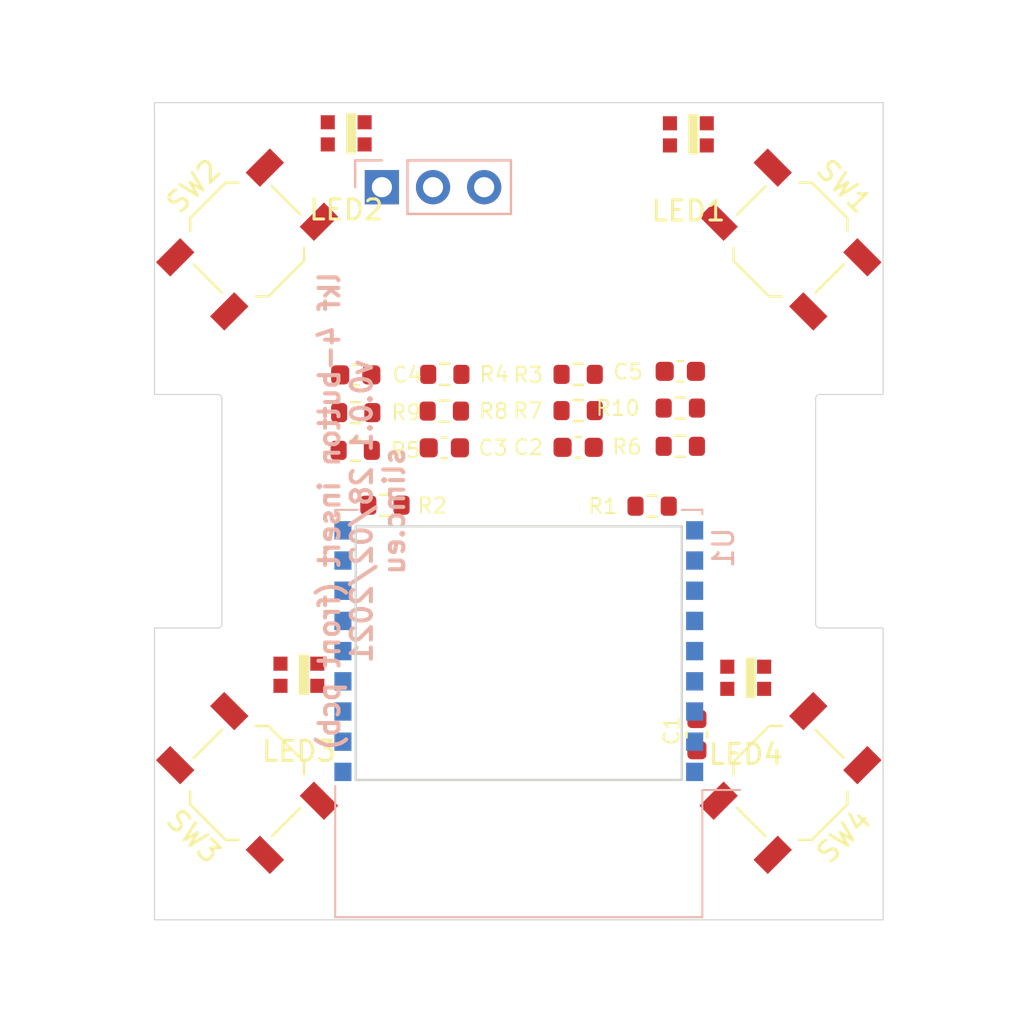
<source format=kicad_pcb>
(kicad_pcb (version 20171130) (host pcbnew 5.1.9-73d0e3b20d~88~ubuntu20.04.1)

  (general
    (thickness 1.6)
    (drawings 109)
    (tracks 0)
    (zones 0)
    (modules 25)
    (nets 25)
  )

  (page A4)
  (title_block
    (title "lkf 4-button insert (front pcb)")
    (date 2021-02-28)
    (rev v0.0.1)
  )

  (layers
    (0 F.Cu signal)
    (31 B.Cu signal)
    (32 B.Adhes user)
    (33 F.Adhes user)
    (34 B.Paste user)
    (35 F.Paste user)
    (36 B.SilkS user)
    (37 F.SilkS user)
    (38 B.Mask user)
    (39 F.Mask user)
    (40 Dwgs.User user)
    (41 Cmts.User user)
    (42 Eco1.User user)
    (43 Eco2.User user)
    (44 Edge.Cuts user)
    (45 Margin user)
    (46 B.CrtYd user hide)
    (47 F.CrtYd user)
    (48 B.Fab user)
    (49 F.Fab user hide)
  )

  (setup
    (last_trace_width 0.25)
    (user_trace_width 0.5)
    (user_trace_width 1.2)
    (trace_clearance 0.2)
    (zone_clearance 0.508)
    (zone_45_only no)
    (trace_min 0.2)
    (via_size 0.8)
    (via_drill 0.4)
    (via_min_size 0.4)
    (via_min_drill 0.3)
    (uvia_size 0.3)
    (uvia_drill 0.1)
    (uvias_allowed no)
    (uvia_min_size 0.2)
    (uvia_min_drill 0.1)
    (edge_width 0.05)
    (segment_width 0.2)
    (pcb_text_width 0.3)
    (pcb_text_size 1.5 1.5)
    (mod_edge_width 0.12)
    (mod_text_size 1 1)
    (mod_text_width 0.15)
    (pad_size 1 1)
    (pad_drill 0)
    (pad_to_mask_clearance 0.051)
    (solder_mask_min_width 0.25)
    (aux_axis_origin 0 0)
    (grid_origin 78.3 43.85)
    (visible_elements FFFFFF7F)
    (pcbplotparams
      (layerselection 0x010fc_ffffffff)
      (usegerberextensions false)
      (usegerberattributes false)
      (usegerberadvancedattributes false)
      (creategerberjobfile false)
      (excludeedgelayer true)
      (linewidth 0.100000)
      (plotframeref false)
      (viasonmask false)
      (mode 1)
      (useauxorigin false)
      (hpglpennumber 1)
      (hpglpenspeed 20)
      (hpglpendiameter 15.000000)
      (psnegative false)
      (psa4output false)
      (plotreference true)
      (plotvalue true)
      (plotinvisibletext false)
      (padsonsilk false)
      (subtractmaskfromsilk false)
      (outputformat 1)
      (mirror false)
      (drillshape 0)
      (scaleselection 1)
      (outputdirectory "../v0.0.0-front-pcb-productions-files/"))
  )

  (net 0 "")
  (net 1 GND)
  (net 2 +3V3)
  (net 3 /SW1)
  (net 4 /SW2)
  (net 5 /SW3)
  (net 6 /SW4)
  (net 7 "Net-(R3-Pad2)")
  (net 8 "Net-(R4-Pad2)")
  (net 9 "Net-(R5-Pad2)")
  (net 10 "Net-(R6-Pad2)")
  (net 11 /LED_CTRL)
  (net 12 /AC_PWR_CTRL)
  (net 13 "Net-(LED1-Pad1)")
  (net 14 "Net-(LED2-Pad1)")
  (net 15 "Net-(LED3-Pad1)")
  (net 16 "Net-(LED4-Pad1)")
  (net 17 /RST)
  (net 18 "Net-(R1-Pad1)")
  (net 19 "Net-(U1-Pad6)")
  (net 20 "Net-(U1-Pad7)")
  (net 21 "Net-(U1-Pad11)")
  (net 22 "Net-(U1-Pad12)")
  (net 23 "Net-(U1-Pad16)")
  (net 24 "Net-(U1-Pad17)")

  (net_class Default "This is the default net class."
    (clearance 0.2)
    (trace_width 0.25)
    (via_dia 0.8)
    (via_drill 0.4)
    (uvia_dia 0.3)
    (uvia_drill 0.1)
    (add_net +3V3)
    (add_net /AC_PWR_CTRL)
    (add_net /LED_CTRL)
    (add_net /RST)
    (add_net /SW1)
    (add_net /SW2)
    (add_net /SW3)
    (add_net /SW4)
    (add_net GND)
    (add_net "Net-(LED1-Pad1)")
    (add_net "Net-(LED2-Pad1)")
    (add_net "Net-(LED3-Pad1)")
    (add_net "Net-(LED4-Pad1)")
    (add_net "Net-(R1-Pad1)")
    (add_net "Net-(R3-Pad2)")
    (add_net "Net-(R4-Pad2)")
    (add_net "Net-(R5-Pad2)")
    (add_net "Net-(R6-Pad2)")
    (add_net "Net-(U1-Pad11)")
    (add_net "Net-(U1-Pad12)")
    (add_net "Net-(U1-Pad16)")
    (add_net "Net-(U1-Pad17)")
    (add_net "Net-(U1-Pad6)")
    (add_net "Net-(U1-Pad7)")
  )

  (module Button_Switch_SMD:SW_SPST_TL3342 locked (layer F.Cu) (tedit 5A02FC95) (tstamp 60354B1E)
    (at 91.800 57.350 -135.000)
    (descr "Low-profile SMD Tactile Switch, https://www.e-switch.com/system/asset/product_line/data_sheet/165/TL3342.pdf")
    (tags "SPST Tactile Switch")
    (path /601D019F)
    (attr smd)
    (fp_text reference SW4 (at 0 -3.75 -315.000) (layer F.SilkS)
      (effects (font (size 1 1) (thickness 0.15)))
    )
    (fp_text value SW_Push (at 0 3.75 -315.000) (layer F.Fab)
      (effects (font (size 1 1) (thickness 0.15)))
    )
    (fp_text user %R (at 0 -3.75 -315.000) (layer F.Fab)
      (effects (font (size 1 1) (thickness 0.15)))
    )
    (fp_line (start 3.2 2.1) (end 3.2 1.6) (layer F.Fab) (width 0.1))
    (fp_line (start 3.2 -2.1) (end 3.2 -1.6) (layer F.Fab) (width 0.1))
    (fp_line (start -3.2 2.1) (end -3.2 1.6) (layer F.Fab) (width 0.1))
    (fp_line (start -3.2 -2.1) (end -3.2 -1.6) (layer F.Fab) (width 0.1))
    (fp_line (start 2.7 -2.1) (end 2.7 -1.6) (layer F.Fab) (width 0.1))
    (fp_line (start 1.7 -2.1) (end 3.2 -2.1) (layer F.Fab) (width 0.1))
    (fp_line (start 3.2 -1.6) (end 2.2 -1.6) (layer F.Fab) (width 0.1))
    (fp_line (start -2.7 -2.1) (end -2.7 -1.6) (layer F.Fab) (width 0.1))
    (fp_line (start -1.7 -2.1) (end -3.2 -2.1) (layer F.Fab) (width 0.1))
    (fp_line (start -3.2 -1.6) (end -2.2 -1.6) (layer F.Fab) (width 0.1))
    (fp_line (start -2.7 2.1) (end -2.7 1.6) (layer F.Fab) (width 0.1))
    (fp_line (start -3.2 1.6) (end -2.2 1.6) (layer F.Fab) (width 0.1))
    (fp_line (start -1.7 2.1) (end -3.2 2.1) (layer F.Fab) (width 0.1))
    (fp_line (start 1.7 2.1) (end 3.2 2.1) (layer F.Fab) (width 0.1))
    (fp_line (start 2.7 2.1) (end 2.7 1.6) (layer F.Fab) (width 0.1))
    (fp_line (start 3.2 1.6) (end 2.2 1.6) (layer F.Fab) (width 0.1))
    (fp_line (start -1.7 2.3) (end -1.25 2.75) (layer F.SilkS) (width 0.12))
    (fp_line (start 1.7 2.3) (end 1.25 2.75) (layer F.SilkS) (width 0.12))
    (fp_line (start 1.7 -2.3) (end 1.25 -2.75) (layer F.SilkS) (width 0.12))
    (fp_line (start -1.7 -2.3) (end -1.25 -2.75) (layer F.SilkS) (width 0.12))
    (fp_line (start -2 -1) (end -1 -2) (layer F.Fab) (width 0.1))
    (fp_line (start -1 -2) (end 1 -2) (layer F.Fab) (width 0.1))
    (fp_line (start 1 -2) (end 2 -1) (layer F.Fab) (width 0.1))
    (fp_line (start 2 -1) (end 2 1) (layer F.Fab) (width 0.1))
    (fp_line (start 2 1) (end 1 2) (layer F.Fab) (width 0.1))
    (fp_line (start 1 2) (end -1 2) (layer F.Fab) (width 0.1))
    (fp_line (start -1 2) (end -2 1) (layer F.Fab) (width 0.1))
    (fp_line (start -2 1) (end -2 -1) (layer F.Fab) (width 0.1))
    (fp_line (start 2.75 -1) (end 2.75 1) (layer F.SilkS) (width 0.12))
    (fp_line (start -1.25 2.75) (end 1.25 2.75) (layer F.SilkS) (width 0.12))
    (fp_line (start -2.75 -1) (end -2.75 1) (layer F.SilkS) (width 0.12))
    (fp_line (start -1.25 -2.75) (end 1.25 -2.75) (layer F.SilkS) (width 0.12))
    (fp_line (start -2.6 -1.2) (end -2.6 1.2) (layer F.Fab) (width 0.1))
    (fp_line (start -2.6 1.2) (end -1.2 2.6) (layer F.Fab) (width 0.1))
    (fp_line (start -1.2 2.6) (end 1.2 2.6) (layer F.Fab) (width 0.1))
    (fp_line (start 1.2 2.6) (end 2.6 1.2) (layer F.Fab) (width 0.1))
    (fp_line (start 2.6 1.2) (end 2.6 -1.2) (layer F.Fab) (width 0.1))
    (fp_line (start 2.6 -1.2) (end 1.2 -2.6) (layer F.Fab) (width 0.1))
    (fp_line (start 1.2 -2.6) (end -1.2 -2.6) (layer F.Fab) (width 0.1))
    (fp_line (start -1.2 -2.6) (end -2.6 -1.2) (layer F.Fab) (width 0.1))
    (fp_line (start -4.25 -3) (end 4.25 -3) (layer F.CrtYd) (width 0.05))
    (fp_line (start 4.25 -3) (end 4.25 3) (layer F.CrtYd) (width 0.05))
    (fp_line (start 4.25 3) (end -4.25 3) (layer F.CrtYd) (width 0.05))
    (fp_line (start -4.25 3) (end -4.25 -3) (layer F.CrtYd) (width 0.05))
    (fp_circle (center 0 0) (end 1 0) (layer F.Fab) (width 0.1))
    (pad 2 smd rect (at 3.15 1.9 -135.000) (size 1.7 1) (layers F.Cu F.Paste F.Mask)
      (net 10 "Net-(R6-Pad2)"))
    (pad 2 smd rect (at -3.15 1.9 -135.000) (size 1.7 1) (layers F.Cu F.Paste F.Mask)
      (net 10 "Net-(R6-Pad2)"))
    (pad 1 smd rect (at 3.15 -1.9 -135.000) (size 1.7 1) (layers F.Cu F.Paste F.Mask)
      (net 2 +3V3))
    (pad 1 smd rect (at -3.15 -1.9 -135.000) (size 1.7 1) (layers F.Cu F.Paste F.Mask)
      (net 2 +3V3))
    (model ${KISYS3DMOD}/Button_Switch_SMD.3dshapes/SW_SPST_TL3342.wrl
      (at (xyz 0 0 0))
      (scale (xyz 1 1 1))
      (rotate (xyz 0 0 0))
    )
  )

  (module Button_Switch_SMD:SW_SPST_TL3342 locked (layer F.Cu) (tedit 5A02FC95) (tstamp 60354B69)
    (at 64.800 57.350 135.000)
    (descr "Low-profile SMD Tactile Switch, https://www.e-switch.com/system/asset/product_line/data_sheet/165/TL3342.pdf")
    (tags "SPST Tactile Switch")
    (path /601C52BD)
    (attr smd)
    (fp_text reference SW3 (at 0 -3.75 135.000) (layer F.SilkS)
      (effects (font (size 1 1) (thickness 0.15)))
    )
    (fp_text value SW_Push (at 0 3.75 135.000) (layer F.Fab)
      (effects (font (size 1 1) (thickness 0.15)))
    )
    (fp_text user %R (at 0 -3.75 135.000) (layer F.Fab)
      (effects (font (size 1 1) (thickness 0.15)))
    )
    (fp_line (start 3.2 2.1) (end 3.2 1.6) (layer F.Fab) (width 0.1))
    (fp_line (start 3.2 -2.1) (end 3.2 -1.6) (layer F.Fab) (width 0.1))
    (fp_line (start -3.2 2.1) (end -3.2 1.6) (layer F.Fab) (width 0.1))
    (fp_line (start -3.2 -2.1) (end -3.2 -1.6) (layer F.Fab) (width 0.1))
    (fp_line (start 2.7 -2.1) (end 2.7 -1.6) (layer F.Fab) (width 0.1))
    (fp_line (start 1.7 -2.1) (end 3.2 -2.1) (layer F.Fab) (width 0.1))
    (fp_line (start 3.2 -1.6) (end 2.2 -1.6) (layer F.Fab) (width 0.1))
    (fp_line (start -2.7 -2.1) (end -2.7 -1.6) (layer F.Fab) (width 0.1))
    (fp_line (start -1.7 -2.1) (end -3.2 -2.1) (layer F.Fab) (width 0.1))
    (fp_line (start -3.2 -1.6) (end -2.2 -1.6) (layer F.Fab) (width 0.1))
    (fp_line (start -2.7 2.1) (end -2.7 1.6) (layer F.Fab) (width 0.1))
    (fp_line (start -3.2 1.6) (end -2.2 1.6) (layer F.Fab) (width 0.1))
    (fp_line (start -1.7 2.1) (end -3.2 2.1) (layer F.Fab) (width 0.1))
    (fp_line (start 1.7 2.1) (end 3.2 2.1) (layer F.Fab) (width 0.1))
    (fp_line (start 2.7 2.1) (end 2.7 1.6) (layer F.Fab) (width 0.1))
    (fp_line (start 3.2 1.6) (end 2.2 1.6) (layer F.Fab) (width 0.1))
    (fp_line (start -1.7 2.3) (end -1.25 2.75) (layer F.SilkS) (width 0.12))
    (fp_line (start 1.7 2.3) (end 1.25 2.75) (layer F.SilkS) (width 0.12))
    (fp_line (start 1.7 -2.3) (end 1.25 -2.75) (layer F.SilkS) (width 0.12))
    (fp_line (start -1.7 -2.3) (end -1.25 -2.75) (layer F.SilkS) (width 0.12))
    (fp_line (start -2 -1) (end -1 -2) (layer F.Fab) (width 0.1))
    (fp_line (start -1 -2) (end 1 -2) (layer F.Fab) (width 0.1))
    (fp_line (start 1 -2) (end 2 -1) (layer F.Fab) (width 0.1))
    (fp_line (start 2 -1) (end 2 1) (layer F.Fab) (width 0.1))
    (fp_line (start 2 1) (end 1 2) (layer F.Fab) (width 0.1))
    (fp_line (start 1 2) (end -1 2) (layer F.Fab) (width 0.1))
    (fp_line (start -1 2) (end -2 1) (layer F.Fab) (width 0.1))
    (fp_line (start -2 1) (end -2 -1) (layer F.Fab) (width 0.1))
    (fp_line (start 2.75 -1) (end 2.75 1) (layer F.SilkS) (width 0.12))
    (fp_line (start -1.25 2.75) (end 1.25 2.75) (layer F.SilkS) (width 0.12))
    (fp_line (start -2.75 -1) (end -2.75 1) (layer F.SilkS) (width 0.12))
    (fp_line (start -1.25 -2.75) (end 1.25 -2.75) (layer F.SilkS) (width 0.12))
    (fp_line (start -2.6 -1.2) (end -2.6 1.2) (layer F.Fab) (width 0.1))
    (fp_line (start -2.6 1.2) (end -1.2 2.6) (layer F.Fab) (width 0.1))
    (fp_line (start -1.2 2.6) (end 1.2 2.6) (layer F.Fab) (width 0.1))
    (fp_line (start 1.2 2.6) (end 2.6 1.2) (layer F.Fab) (width 0.1))
    (fp_line (start 2.6 1.2) (end 2.6 -1.2) (layer F.Fab) (width 0.1))
    (fp_line (start 2.6 -1.2) (end 1.2 -2.6) (layer F.Fab) (width 0.1))
    (fp_line (start 1.2 -2.6) (end -1.2 -2.6) (layer F.Fab) (width 0.1))
    (fp_line (start -1.2 -2.6) (end -2.6 -1.2) (layer F.Fab) (width 0.1))
    (fp_line (start -4.25 -3) (end 4.25 -3) (layer F.CrtYd) (width 0.05))
    (fp_line (start 4.25 -3) (end 4.25 3) (layer F.CrtYd) (width 0.05))
    (fp_line (start 4.25 3) (end -4.25 3) (layer F.CrtYd) (width 0.05))
    (fp_line (start -4.25 3) (end -4.25 -3) (layer F.CrtYd) (width 0.05))
    (fp_circle (center 0 0) (end 1 0) (layer F.Fab) (width 0.1))
    (pad 2 smd rect (at 3.15 1.9 135.000) (size 1.7 1) (layers F.Cu F.Paste F.Mask)
      (net 9 "Net-(R5-Pad2)"))
    (pad 2 smd rect (at -3.15 1.9 135.000) (size 1.7 1) (layers F.Cu F.Paste F.Mask)
      (net 9 "Net-(R5-Pad2)"))
    (pad 1 smd rect (at 3.15 -1.9 135.000) (size 1.7 1) (layers F.Cu F.Paste F.Mask)
      (net 2 +3V3))
    (pad 1 smd rect (at -3.15 -1.9 135.000) (size 1.7 1) (layers F.Cu F.Paste F.Mask)
      (net 2 +3V3))
    (model ${KISYS3DMOD}/Button_Switch_SMD.3dshapes/SW_SPST_TL3342.wrl
      (at (xyz 0 0 0))
      (scale (xyz 1 1 1))
      (rotate (xyz 0 0 0))
    )
  )

  (module Button_Switch_SMD:SW_SPST_TL3342 locked (layer F.Cu) (tedit 5A02FC95) (tstamp 60354C14)
    (at 64.800 30.350 45.000)
    (descr "Low-profile SMD Tactile Switch, https://www.e-switch.com/system/asset/product_line/data_sheet/165/TL3342.pdf")
    (tags "SPST Tactile Switch")
    (path /5FEB37DB)
    (attr smd)
    (fp_text reference SW2 (at 0 -3.75 45.000) (layer F.SilkS)
      (effects (font (size 1 1) (thickness 0.15)))
    )
    (fp_text value SW_Push (at 0 3.75 45.000) (layer F.Fab)
      (effects (font (size 1 1) (thickness 0.15)))
    )
    (fp_text user %R (at 0 -3.75 45.000) (layer F.Fab)
      (effects (font (size 1 1) (thickness 0.15)))
    )
    (fp_line (start 3.2 2.1) (end 3.2 1.6) (layer F.Fab) (width 0.1))
    (fp_line (start 3.2 -2.1) (end 3.2 -1.6) (layer F.Fab) (width 0.1))
    (fp_line (start -3.2 2.1) (end -3.2 1.6) (layer F.Fab) (width 0.1))
    (fp_line (start -3.2 -2.1) (end -3.2 -1.6) (layer F.Fab) (width 0.1))
    (fp_line (start 2.7 -2.1) (end 2.7 -1.6) (layer F.Fab) (width 0.1))
    (fp_line (start 1.7 -2.1) (end 3.2 -2.1) (layer F.Fab) (width 0.1))
    (fp_line (start 3.2 -1.6) (end 2.2 -1.6) (layer F.Fab) (width 0.1))
    (fp_line (start -2.7 -2.1) (end -2.7 -1.6) (layer F.Fab) (width 0.1))
    (fp_line (start -1.7 -2.1) (end -3.2 -2.1) (layer F.Fab) (width 0.1))
    (fp_line (start -3.2 -1.6) (end -2.2 -1.6) (layer F.Fab) (width 0.1))
    (fp_line (start -2.7 2.1) (end -2.7 1.6) (layer F.Fab) (width 0.1))
    (fp_line (start -3.2 1.6) (end -2.2 1.6) (layer F.Fab) (width 0.1))
    (fp_line (start -1.7 2.1) (end -3.2 2.1) (layer F.Fab) (width 0.1))
    (fp_line (start 1.7 2.1) (end 3.2 2.1) (layer F.Fab) (width 0.1))
    (fp_line (start 2.7 2.1) (end 2.7 1.6) (layer F.Fab) (width 0.1))
    (fp_line (start 3.2 1.6) (end 2.2 1.6) (layer F.Fab) (width 0.1))
    (fp_line (start -1.7 2.3) (end -1.25 2.75) (layer F.SilkS) (width 0.12))
    (fp_line (start 1.7 2.3) (end 1.25 2.75) (layer F.SilkS) (width 0.12))
    (fp_line (start 1.7 -2.3) (end 1.25 -2.75) (layer F.SilkS) (width 0.12))
    (fp_line (start -1.7 -2.3) (end -1.25 -2.75) (layer F.SilkS) (width 0.12))
    (fp_line (start -2 -1) (end -1 -2) (layer F.Fab) (width 0.1))
    (fp_line (start -1 -2) (end 1 -2) (layer F.Fab) (width 0.1))
    (fp_line (start 1 -2) (end 2 -1) (layer F.Fab) (width 0.1))
    (fp_line (start 2 -1) (end 2 1) (layer F.Fab) (width 0.1))
    (fp_line (start 2 1) (end 1 2) (layer F.Fab) (width 0.1))
    (fp_line (start 1 2) (end -1 2) (layer F.Fab) (width 0.1))
    (fp_line (start -1 2) (end -2 1) (layer F.Fab) (width 0.1))
    (fp_line (start -2 1) (end -2 -1) (layer F.Fab) (width 0.1))
    (fp_line (start 2.75 -1) (end 2.75 1) (layer F.SilkS) (width 0.12))
    (fp_line (start -1.25 2.75) (end 1.25 2.75) (layer F.SilkS) (width 0.12))
    (fp_line (start -2.75 -1) (end -2.75 1) (layer F.SilkS) (width 0.12))
    (fp_line (start -1.25 -2.75) (end 1.25 -2.75) (layer F.SilkS) (width 0.12))
    (fp_line (start -2.6 -1.2) (end -2.6 1.2) (layer F.Fab) (width 0.1))
    (fp_line (start -2.6 1.2) (end -1.2 2.6) (layer F.Fab) (width 0.1))
    (fp_line (start -1.2 2.6) (end 1.2 2.6) (layer F.Fab) (width 0.1))
    (fp_line (start 1.2 2.6) (end 2.6 1.2) (layer F.Fab) (width 0.1))
    (fp_line (start 2.6 1.2) (end 2.6 -1.2) (layer F.Fab) (width 0.1))
    (fp_line (start 2.6 -1.2) (end 1.2 -2.6) (layer F.Fab) (width 0.1))
    (fp_line (start 1.2 -2.6) (end -1.2 -2.6) (layer F.Fab) (width 0.1))
    (fp_line (start -1.2 -2.6) (end -2.6 -1.2) (layer F.Fab) (width 0.1))
    (fp_line (start -4.25 -3) (end 4.25 -3) (layer F.CrtYd) (width 0.05))
    (fp_line (start 4.25 -3) (end 4.25 3) (layer F.CrtYd) (width 0.05))
    (fp_line (start 4.25 3) (end -4.25 3) (layer F.CrtYd) (width 0.05))
    (fp_line (start -4.25 3) (end -4.25 -3) (layer F.CrtYd) (width 0.05))
    (fp_circle (center 0 0) (end 1 0) (layer F.Fab) (width 0.1))
    (pad 2 smd rect (at 3.15 1.9 45.000) (size 1.7 1) (layers F.Cu F.Paste F.Mask)
      (net 8 "Net-(R4-Pad2)"))
    (pad 2 smd rect (at -3.15 1.9 45.000) (size 1.7 1) (layers F.Cu F.Paste F.Mask)
      (net 8 "Net-(R4-Pad2)"))
    (pad 1 smd rect (at 3.15 -1.9 45.000) (size 1.7 1) (layers F.Cu F.Paste F.Mask)
      (net 2 +3V3))
    (pad 1 smd rect (at -3.15 -1.9 45.000) (size 1.7 1) (layers F.Cu F.Paste F.Mask)
      (net 2 +3V3))
    (model ${KISYS3DMOD}/Button_Switch_SMD.3dshapes/SW_SPST_TL3342.wrl
      (at (xyz 0 0 0))
      (scale (xyz 1 1 1))
      (rotate (xyz 0 0 0))
    )
  )

  (module Button_Switch_SMD:SW_SPST_TL3342 locked (layer F.Cu) (tedit 5A02FC95) (tstamp 60354C5F)
    (at 91.800 30.350 -45.000)
    (descr "Low-profile SMD Tactile Switch, https://www.e-switch.com/system/asset/product_line/data_sheet/165/TL3342.pdf")
    (tags "SPST Tactile Switch")
    (path /601BFA42)
    (attr smd)
    (fp_text reference SW1 (at 0 -3.75 -225.000) (layer F.SilkS)
      (effects (font (size 1 1) (thickness 0.15)))
    )
    (fp_text value SW_Push (at 0 3.75 -225.000) (layer F.Fab)
      (effects (font (size 1 1) (thickness 0.15)))
    )
    (fp_text user %R (at 0 -3.75 -225.000) (layer F.Fab)
      (effects (font (size 1 1) (thickness 0.15)))
    )
    (fp_line (start 3.2 2.1) (end 3.2 1.6) (layer F.Fab) (width 0.1))
    (fp_line (start 3.2 -2.1) (end 3.2 -1.6) (layer F.Fab) (width 0.1))
    (fp_line (start -3.2 2.1) (end -3.2 1.6) (layer F.Fab) (width 0.1))
    (fp_line (start -3.2 -2.1) (end -3.2 -1.6) (layer F.Fab) (width 0.1))
    (fp_line (start 2.7 -2.1) (end 2.7 -1.6) (layer F.Fab) (width 0.1))
    (fp_line (start 1.7 -2.1) (end 3.2 -2.1) (layer F.Fab) (width 0.1))
    (fp_line (start 3.2 -1.6) (end 2.2 -1.6) (layer F.Fab) (width 0.1))
    (fp_line (start -2.7 -2.1) (end -2.7 -1.6) (layer F.Fab) (width 0.1))
    (fp_line (start -1.7 -2.1) (end -3.2 -2.1) (layer F.Fab) (width 0.1))
    (fp_line (start -3.2 -1.6) (end -2.2 -1.6) (layer F.Fab) (width 0.1))
    (fp_line (start -2.7 2.1) (end -2.7 1.6) (layer F.Fab) (width 0.1))
    (fp_line (start -3.2 1.6) (end -2.2 1.6) (layer F.Fab) (width 0.1))
    (fp_line (start -1.7 2.1) (end -3.2 2.1) (layer F.Fab) (width 0.1))
    (fp_line (start 1.7 2.1) (end 3.2 2.1) (layer F.Fab) (width 0.1))
    (fp_line (start 2.7 2.1) (end 2.7 1.6) (layer F.Fab) (width 0.1))
    (fp_line (start 3.2 1.6) (end 2.2 1.6) (layer F.Fab) (width 0.1))
    (fp_line (start -1.7 2.3) (end -1.25 2.75) (layer F.SilkS) (width 0.12))
    (fp_line (start 1.7 2.3) (end 1.25 2.75) (layer F.SilkS) (width 0.12))
    (fp_line (start 1.7 -2.3) (end 1.25 -2.75) (layer F.SilkS) (width 0.12))
    (fp_line (start -1.7 -2.3) (end -1.25 -2.75) (layer F.SilkS) (width 0.12))
    (fp_line (start -2 -1) (end -1 -2) (layer F.Fab) (width 0.1))
    (fp_line (start -1 -2) (end 1 -2) (layer F.Fab) (width 0.1))
    (fp_line (start 1 -2) (end 2 -1) (layer F.Fab) (width 0.1))
    (fp_line (start 2 -1) (end 2 1) (layer F.Fab) (width 0.1))
    (fp_line (start 2 1) (end 1 2) (layer F.Fab) (width 0.1))
    (fp_line (start 1 2) (end -1 2) (layer F.Fab) (width 0.1))
    (fp_line (start -1 2) (end -2 1) (layer F.Fab) (width 0.1))
    (fp_line (start -2 1) (end -2 -1) (layer F.Fab) (width 0.1))
    (fp_line (start 2.75 -1) (end 2.75 1) (layer F.SilkS) (width 0.12))
    (fp_line (start -1.25 2.75) (end 1.25 2.75) (layer F.SilkS) (width 0.12))
    (fp_line (start -2.75 -1) (end -2.75 1) (layer F.SilkS) (width 0.12))
    (fp_line (start -1.25 -2.75) (end 1.25 -2.75) (layer F.SilkS) (width 0.12))
    (fp_line (start -2.6 -1.2) (end -2.6 1.2) (layer F.Fab) (width 0.1))
    (fp_line (start -2.6 1.2) (end -1.2 2.6) (layer F.Fab) (width 0.1))
    (fp_line (start -1.2 2.6) (end 1.2 2.6) (layer F.Fab) (width 0.1))
    (fp_line (start 1.2 2.6) (end 2.6 1.2) (layer F.Fab) (width 0.1))
    (fp_line (start 2.6 1.2) (end 2.6 -1.2) (layer F.Fab) (width 0.1))
    (fp_line (start 2.6 -1.2) (end 1.2 -2.6) (layer F.Fab) (width 0.1))
    (fp_line (start 1.2 -2.6) (end -1.2 -2.6) (layer F.Fab) (width 0.1))
    (fp_line (start -1.2 -2.6) (end -2.6 -1.2) (layer F.Fab) (width 0.1))
    (fp_line (start -4.25 -3) (end 4.25 -3) (layer F.CrtYd) (width 0.05))
    (fp_line (start 4.25 -3) (end 4.25 3) (layer F.CrtYd) (width 0.05))
    (fp_line (start 4.25 3) (end -4.25 3) (layer F.CrtYd) (width 0.05))
    (fp_line (start -4.25 3) (end -4.25 -3) (layer F.CrtYd) (width 0.05))
    (fp_circle (center 0 0) (end 1 0) (layer F.Fab) (width 0.1))
    (pad 2 smd rect (at 3.15 1.9 -45.000) (size 1.7 1) (layers F.Cu F.Paste F.Mask)
      (net 7 "Net-(R3-Pad2)"))
    (pad 2 smd rect (at -3.15 1.9 -45.000) (size 1.7 1) (layers F.Cu F.Paste F.Mask)
      (net 7 "Net-(R3-Pad2)"))
    (pad 1 smd rect (at 3.15 -1.9 -45.000) (size 1.7 1) (layers F.Cu F.Paste F.Mask)
      (net 2 +3V3))
    (pad 1 smd rect (at -3.15 -1.9 -45.000) (size 1.7 1) (layers F.Cu F.Paste F.Mask)
      (net 2 +3V3))
    (model ${KISYS3DMOD}/Button_Switch_SMD.3dshapes/SW_SPST_TL3342.wrl
      (at (xyz 0 0 0))
      (scale (xyz 1 1 1))
      (rotate (xyz 0 0 0))
    )
  )

  (module SLIMC_LKF_Project:WS2812C2020 (layer F.Cu) (tedit 5DA2A692) (tstamp 603DAC5A)
    (at 89.575 52.125 0.000)
    (path /603DA027)
    (fp_text reference LED4 (at 0 3.8) (layer F.SilkS)
      (effects (font (size 1 1) (thickness 0.15)))
    )
    (fp_text value WS2812C_2020_SW4 (at 0 -4) (layer F.Fab)
      (effects (font (size 1 1) (thickness 0.15)))
    )
    (fp_poly (pts (xy 0 -1) (xy 0.5 -1) (xy 0.5 1) (xy 0 1)) (layer F.SilkS) (width 0))
    (fp_line (start 1.4 1.1) (end -1.4 1.1) (layer F.CrtYd) (width 0.03))
    (fp_line (start -1.4 -1.1) (end 1.4 -1.1) (layer F.CrtYd) (width 0.03))
    (fp_line (start -1.4 1.1) (end -1.4 -1.1) (layer F.CrtYd) (width 0.03))
    (fp_line (start 1.4 -1.1) (end 1.4 1.1) (layer F.CrtYd) (width 0.03))
    (pad 4 smd rect (at -0.915 0.55) (size 0.7 0.7) (layers F.Cu F.Paste F.Mask)
      (net 2 +3V3))
    (pad 3 smd rect (at -0.915 -0.55) (size 0.7 0.7) (layers F.Cu F.Paste F.Mask)
      (net 15 "Net-(LED3-Pad1)"))
    (pad 2 smd rect (at 0.915 -0.55) (size 0.7 0.7) (layers F.Cu F.Paste F.Mask)
      (net 1 GND))
    (pad 1 smd rect (at 0.915 0.55) (size 0.7 0.7) (layers F.Cu F.Paste F.Mask)
      (net 16 "Net-(LED4-Pad1)"))
    (model ${KIPRJMOD}/../../external/KiCad-libs/WS2812C_2020.models/WS2812C_2020.step
      (at (xyz 0 0 0))
      (scale (xyz 1 1 1))
      (rotate (xyz 0 0 0))
    )
  )

  (module SLIMC_LKF_Project:WS2812C2020 (layer F.Cu) (tedit 5DA2A692) (tstamp 603DAC4D)
    (at 67.375 51.975 0.000)
    (path /603D9A5F)
    (fp_text reference LED3 (at 0 3.8) (layer F.SilkS)
      (effects (font (size 1 1) (thickness 0.15)))
    )
    (fp_text value WS2812C_2020_SW3 (at 0 -4) (layer F.Fab)
      (effects (font (size 1 1) (thickness 0.15)))
    )
    (fp_poly (pts (xy 0 -1) (xy 0.5 -1) (xy 0.5 1) (xy 0 1)) (layer F.SilkS) (width 0))
    (fp_line (start 1.4 1.1) (end -1.4 1.1) (layer F.CrtYd) (width 0.03))
    (fp_line (start -1.4 -1.1) (end 1.4 -1.1) (layer F.CrtYd) (width 0.03))
    (fp_line (start -1.4 1.1) (end -1.4 -1.1) (layer F.CrtYd) (width 0.03))
    (fp_line (start 1.4 -1.1) (end 1.4 1.1) (layer F.CrtYd) (width 0.03))
    (pad 4 smd rect (at -0.915 0.55) (size 0.7 0.7) (layers F.Cu F.Paste F.Mask)
      (net 2 +3V3))
    (pad 3 smd rect (at -0.915 -0.55) (size 0.7 0.7) (layers F.Cu F.Paste F.Mask)
      (net 14 "Net-(LED2-Pad1)"))
    (pad 2 smd rect (at 0.915 -0.55) (size 0.7 0.7) (layers F.Cu F.Paste F.Mask)
      (net 1 GND))
    (pad 1 smd rect (at 0.915 0.55) (size 0.7 0.7) (layers F.Cu F.Paste F.Mask)
      (net 15 "Net-(LED3-Pad1)"))
    (model ${KIPRJMOD}/../../external/KiCad-libs/WS2812C_2020.models/WS2812C_2020.step
      (at (xyz 0 0 0))
      (scale (xyz 1 1 1))
      (rotate (xyz 0 0 0))
    )
  )

  (module SLIMC_LKF_Project:WS2812C2020 (layer F.Cu) (tedit 5DA2A692) (tstamp 603DAC40)
    (at 69.725 25.075 0.000)
    (path /603D9589)
    (fp_text reference LED2 (at 0 3.8) (layer F.SilkS)
      (effects (font (size 1 1) (thickness 0.15)))
    )
    (fp_text value WS2812C_2020_SW2 (at 0 -4) (layer F.Fab)
      (effects (font (size 1 1) (thickness 0.15)))
    )
    (fp_poly (pts (xy 0 -1) (xy 0.5 -1) (xy 0.5 1) (xy 0 1)) (layer F.SilkS) (width 0))
    (fp_line (start 1.4 1.1) (end -1.4 1.1) (layer F.CrtYd) (width 0.03))
    (fp_line (start -1.4 -1.1) (end 1.4 -1.1) (layer F.CrtYd) (width 0.03))
    (fp_line (start -1.4 1.1) (end -1.4 -1.1) (layer F.CrtYd) (width 0.03))
    (fp_line (start 1.4 -1.1) (end 1.4 1.1) (layer F.CrtYd) (width 0.03))
    (pad 4 smd rect (at -0.915 0.55) (size 0.7 0.7) (layers F.Cu F.Paste F.Mask)
      (net 2 +3V3))
    (pad 3 smd rect (at -0.915 -0.55) (size 0.7 0.7) (layers F.Cu F.Paste F.Mask)
      (net 13 "Net-(LED1-Pad1)"))
    (pad 2 smd rect (at 0.915 -0.55) (size 0.7 0.7) (layers F.Cu F.Paste F.Mask)
      (net 1 GND))
    (pad 1 smd rect (at 0.915 0.55) (size 0.7 0.7) (layers F.Cu F.Paste F.Mask)
      (net 14 "Net-(LED2-Pad1)"))
    (model ${KIPRJMOD}/../../external/KiCad-libs/WS2812C_2020.models/WS2812C_2020.step
      (at (xyz 0 0 0))
      (scale (xyz 1 1 1))
      (rotate (xyz 0 0 0))
    )
  )

  (module SLIMC_LKF_Project:WS2812C2020 (layer F.Cu) (tedit 5DA2A692) (tstamp 603DAC33)
    (at 86.725 25.125 0.000)
    (path /603D8E71)
    (fp_text reference LED1 (at 0 3.8) (layer F.SilkS)
      (effects (font (size 1 1) (thickness 0.15)))
    )
    (fp_text value WS2812C_2020_SW1 (at 0 -4) (layer F.Fab)
      (effects (font (size 1 1) (thickness 0.15)))
    )
    (fp_poly (pts (xy 0 -1) (xy 0.5 -1) (xy 0.5 1) (xy 0 1)) (layer F.SilkS) (width 0))
    (fp_line (start 1.4 1.1) (end -1.4 1.1) (layer F.CrtYd) (width 0.03))
    (fp_line (start -1.4 -1.1) (end 1.4 -1.1) (layer F.CrtYd) (width 0.03))
    (fp_line (start -1.4 1.1) (end -1.4 -1.1) (layer F.CrtYd) (width 0.03))
    (fp_line (start 1.4 -1.1) (end 1.4 1.1) (layer F.CrtYd) (width 0.03))
    (pad 4 smd rect (at -0.915 0.55) (size 0.7 0.7) (layers F.Cu F.Paste F.Mask)
      (net 2 +3V3))
    (pad 3 smd rect (at -0.915 -0.55) (size 0.7 0.7) (layers F.Cu F.Paste F.Mask)
      (net 11 /LED_CTRL))
    (pad 2 smd rect (at 0.915 -0.55) (size 0.7 0.7) (layers F.Cu F.Paste F.Mask)
      (net 1 GND))
    (pad 1 smd rect (at 0.915 0.55) (size 0.7 0.7) (layers F.Cu F.Paste F.Mask)
      (net 13 "Net-(LED1-Pad1)"))
    (model ${KIPRJMOD}/../../external/KiCad-libs/WS2812C_2020.models/WS2812C_2020.step
      (at (xyz 0 0 0))
      (scale (xyz 1 1 1))
      (rotate (xyz 0 0 0))
    )
  )

  (module SLIMC_LKF_Project:ESP-WROOM-02 locked (layer F.Cu) (tedit 603D2E2F) (tstamp 603DA3F6)
    (at 78.300 50.800 180.000)
    (descr http://espressif.com/sites/default/files/documentation/0c-esp-wroom-02_datasheet_en.pdf)
    (tags "ESP WROOM-02 espressif esp8266ex")
    (path /603E2F22)
    (attr smd)
    (fp_text reference U1 (at -10.17 5.13 90.000) (layer B.SilkS)
      (effects (font (size 1 1) (thickness 0.15)) (justify mirror))
    )
    (fp_text value ESP-WROOM-02 (at 0 8.33 90.000) (layer B.Fab)
      (effects (font (size 1 1) (thickness 0.15)) (justify mirror))
    )
    (fp_line (start -8.1 6.2) (end -8.1 -6.4) (layer Edge.Cuts) (width 0.12))
    (fp_line (start 8.1 6.2) (end -8.1 6.2) (layer Edge.Cuts) (width 0.12))
    (fp_line (start 8.1 -6.4) (end 8.1 6.2) (layer Edge.Cuts) (width 0.12))
    (fp_line (start -8.1 -6.4) (end 8.1 -6.4) (layer Edge.Cuts) (width 0.12))
    (fp_line (start -14 -6.8) (end -14 -18.1) (layer Dwgs.User) (width 0.1))
    (fp_line (start 9 6.9) (end 9 -13.1) (layer B.Fab) (width 0.1))
    (fp_line (start -9 6.9) (end 9 6.9) (layer B.Fab) (width 0.1))
    (fp_line (start -9 -13.1) (end -9 -7.5) (layer B.Fab) (width 0.1))
    (fp_line (start -9 -13.1) (end 9 -13.1) (layer B.Fab) (width 0.1))
    (fp_line (start -9.41 7.15) (end -9.41 -6.55) (layer F.CrtYd) (width 0.05))
    (fp_line (start -9.41 7.15) (end 9.41 7.15) (layer F.CrtYd) (width 0.05))
    (fp_line (start 9.41 -6.55) (end 9.41 7.15) (layer F.CrtYd) (width 0.05))
    (fp_line (start -14.25 -18.35) (end 14.25 -18.35) (layer F.CrtYd) (width 0.05))
    (fp_line (start -9 -6.5) (end -9 6.9) (layer B.Fab) (width 0.1))
    (fp_line (start -9 -7.5) (end -8.5 -7) (layer B.Fab) (width 0.1))
    (fp_line (start -8.5 -7) (end -9 -6.5) (layer B.Fab) (width 0.1))
    (fp_line (start -9 -6.8) (end -9 -13.1) (layer Dwgs.User) (width 0.1))
    (fp_line (start 14 -6.8) (end -14 -6.8) (layer Dwgs.User) (width 0.1))
    (fp_line (start 9 -13.1) (end 9 -6.78) (layer Dwgs.User) (width 0.1))
    (fp_line (start -9 -13.1) (end 9 -13.1) (layer Dwgs.User) (width 0.1))
    (fp_line (start 14 -6.8) (end 14 -18.1) (layer Dwgs.User) (width 0.1))
    (fp_line (start 14 -18.1) (end -14 -18.1) (layer Dwgs.User) (width 0.1))
    (fp_line (start -14.25 -18.35) (end -14.25 -6.55) (layer F.CrtYd) (width 0.05))
    (fp_line (start 14.25 -18.35) (end 14.25 -6.55) (layer F.CrtYd) (width 0.05))
    (fp_line (start -14.25 -6.55) (end -9.41 -6.55) (layer F.CrtYd) (width 0.05))
    (fp_line (start 9.41 -6.55) (end 14.25 -6.55) (layer F.CrtYd) (width 0.05))
    (fp_line (start -12 -18.1) (end -14 -16.485) (layer Dwgs.User) (width 0.1))
    (fp_line (start -10 -18.1) (end -14 -14.87) (layer Dwgs.User) (width 0.1))
    (fp_line (start -8 -18.1) (end -14 -13.255) (layer Dwgs.User) (width 0.1))
    (fp_line (start -6 -18.1) (end -14 -11.64) (layer Dwgs.User) (width 0.1))
    (fp_line (start -4 -18.1) (end -14 -10.025) (layer Dwgs.User) (width 0.1))
    (fp_line (start -2 -18.1) (end -14 -8.41) (layer Dwgs.User) (width 0.1))
    (fp_line (start 0 -18.1) (end -14 -6.795) (layer Dwgs.User) (width 0.1))
    (fp_line (start 2 -18.1) (end -12 -6.795) (layer Dwgs.User) (width 0.1))
    (fp_line (start 4 -18.1) (end -10 -6.795) (layer Dwgs.User) (width 0.1))
    (fp_line (start -8 -6.795) (end 6 -18.1) (layer Dwgs.User) (width 0.1))
    (fp_line (start 8 -18.1) (end -6 -6.795) (layer Dwgs.User) (width 0.1))
    (fp_line (start 10 -18.1) (end -4 -6.795) (layer Dwgs.User) (width 0.1))
    (fp_line (start 12 -18.1) (end -2 -6.795) (layer Dwgs.User) (width 0.1))
    (fp_line (start 14 -18.1) (end 0 -6.795) (layer Dwgs.User) (width 0.1))
    (fp_line (start 14 -16.485) (end 2 -6.795) (layer Dwgs.User) (width 0.1))
    (fp_line (start 14 -14.87) (end 4 -6.795) (layer Dwgs.User) (width 0.1))
    (fp_line (start 14 -13.255) (end 6 -6.795) (layer Dwgs.User) (width 0.1))
    (fp_line (start 14 -11.64) (end 8 -6.795) (layer Dwgs.User) (width 0.1))
    (fp_line (start 14 -10.025) (end 10 -6.795) (layer Dwgs.User) (width 0.1))
    (fp_line (start 14 -8.41) (end 12 -6.795) (layer Dwgs.User) (width 0.1))
    (fp_line (start 9.2 -10.7) (end 13.8 -10.7) (layer Cmts.User) (width 0.1))
    (fp_line (start 13.8 -10.7) (end 13.6 -10.9) (layer Cmts.User) (width 0.1))
    (fp_line (start 13.8 -10.7) (end 13.6 -10.5) (layer Cmts.User) (width 0.1))
    (fp_line (start 9.2 -10.7) (end 9.4 -10.9) (layer Cmts.User) (width 0.1))
    (fp_line (start 9.2 -10.7) (end 9.4 -10.5) (layer Cmts.User) (width 0.1))
    (fp_line (start -13.8 -10.7) (end -13.6 -10.9) (layer Cmts.User) (width 0.1))
    (fp_line (start -13.8 -10.7) (end -13.6 -10.5) (layer Cmts.User) (width 0.1))
    (fp_line (start -9.2 -10.7) (end -9.4 -10.5) (layer Cmts.User) (width 0.1))
    (fp_line (start -13.8 -10.7) (end -9.2 -10.7) (layer Cmts.User) (width 0.1))
    (fp_line (start -9.2 -10.7) (end -9.4 -10.9) (layer Cmts.User) (width 0.1))
    (fp_line (start 8.3 -13.3) (end 8.1 -13.5) (layer Cmts.User) (width 0.1))
    (fp_line (start 8.3 -13.3) (end 8.5 -13.5) (layer Cmts.User) (width 0.1))
    (fp_line (start 8.3 -17.9) (end 8.5 -17.7) (layer Cmts.User) (width 0.1))
    (fp_line (start 8.3 -13.3) (end 8.3 -17.9) (layer Cmts.User) (width 0.1))
    (fp_line (start 8.3 -17.9) (end 8.1 -17.7) (layer Cmts.User) (width 0.1))
    (fp_line (start -9.12 6.8) (end -9.12 7.02) (layer B.SilkS) (width 0.1))
    (fp_line (start -9.12 7.02) (end -8.1 7.02) (layer B.SilkS) (width 0.1))
    (fp_line (start 9.12 6.7) (end 9.12 7) (layer B.SilkS) (width 0.1))
    (fp_line (start 8 7.02) (end 9.12 7.02) (layer B.SilkS) (width 0.1))
    (fp_line (start -9.12 -13.22) (end 9.12 -13.22) (layer B.SilkS) (width 0.1))
    (fp_line (start 9.12 -13.22) (end 9.12 -6.7) (layer B.SilkS) (width 0.1))
    (fp_line (start -9.12 -13.22) (end -9.12 -6.9) (layer B.SilkS) (width 0.1))
    (fp_line (start -9.12 -6.9) (end -11 -6.9) (layer B.SilkS) (width 0.1))
    (fp_text user %R (at 0 0 90.000) (layer B.Fab)
      (effects (font (size 1 1) (thickness 0.15)) (justify mirror))
    )
    (fp_text user "KEEP-OUT ZONE" (at 0 -16) (layer Cmts.User)
      (effects (font (size 1 1) (thickness 0.15)))
    )
    (fp_text user Antenna (at 0 -10) (layer Cmts.User)
      (effects (font (size 1 1) (thickness 0.15)))
    )
    (fp_text user "5 mm" (at 11.8 -11.2) (layer Cmts.User)
      (effects (font (size 0.5 0.5) (thickness 0.1)))
    )
    (fp_text user "5 mm" (at -11.2 -11.2) (layer Cmts.User)
      (effects (font (size 0.5 0.5) (thickness 0.1)))
    )
    (fp_text user "5 mm" (at 7.8 -15.9 90.000) (layer Cmts.User)
      (effects (font (size 0.5 0.5) (thickness 0.1)))
    )
    (pad 1 smd rect (at -8.7375 -6 180.000) (size 0.85 0.9125) (layers B.Cu B.Paste B.Mask)
      (net 2 +3V3))
    (pad 2 smd rect (at -8.7375 -4.5 180.000) (size 0.85 0.9125) (layers B.Cu B.Paste B.Mask)
      (net 18 "Net-(R1-Pad1)"))
    (pad 3 smd rect (at -8.7375 -3 180.000) (size 0.85 0.9125) (layers B.Cu B.Paste B.Mask)
      (net 11 /LED_CTRL))
    (pad 4 smd rect (at -8.7375 -1.5 180.000) (size 0.85 0.9125) (layers B.Cu B.Paste B.Mask)
      (net 5 /SW3))
    (pad 5 smd rect (at -8.7375 0 180.000) (size 0.85 0.9125) (layers B.Cu B.Paste B.Mask)
      (net 6 /SW4))
    (pad 6 smd rect (at -8.7375 1.5 180.000) (size 0.85 0.9125) (layers B.Cu B.Paste B.Mask)
      (net 19 "Net-(U1-Pad6)"))
    (pad 7 smd rect (at -8.7375 3 180.000) (size 0.85 0.9125) (layers B.Cu B.Paste B.Mask)
      (net 20 "Net-(U1-Pad7)"))
    (pad 8 smd rect (at -8.7375 4.5 180.000) (size 0.85 0.9125) (layers B.Cu B.Paste B.Mask)
      (net 12 /AC_PWR_CTRL))
    (pad 9 smd rect (at -8.7375 6 180.000) (size 0.85 0.9125) (layers B.Cu B.Paste B.Mask)
      (net 1 GND))
    (pad 10 smd rect (at 8.7375 6 180.000) (size 0.85 0.9125) (layers B.Cu B.Paste B.Mask)
      (net 3 /SW1))
    (pad 11 smd rect (at 8.7375 4.5 180.000) (size 0.85 0.9125) (layers B.Cu B.Paste B.Mask)
      (net 21 "Net-(U1-Pad11)"))
    (pad 12 smd rect (at 8.7375 3 180.000) (size 0.85 0.9125) (layers B.Cu B.Paste B.Mask)
      (net 22 "Net-(U1-Pad12)"))
    (pad 13 smd rect (at 8.7375 1.5 180.000) (size 0.85 0.9125) (layers B.Cu B.Paste B.Mask)
      (net 1 GND))
    (pad 14 smd rect (at 8.7375 0 180.000) (size 0.85 0.9125) (layers B.Cu B.Paste B.Mask)
      (net 4 /SW2))
    (pad 15 smd rect (at 8.7375 -1.5 180.000) (size 0.85 0.9125) (layers B.Cu B.Paste B.Mask)
      (net 17 /RST))
    (pad 16 smd rect (at 8.7375 -3 180.000) (size 0.85 0.9125) (layers B.Cu B.Paste B.Mask)
      (net 23 "Net-(U1-Pad16)"))
    (pad 17 smd rect (at 8.7375 -4.5 180.000) (size 0.85 0.9125) (layers B.Cu B.Paste B.Mask)
      (net 24 "Net-(U1-Pad17)"))
    (pad 18 smd rect (at 8.7375 -6 180.000) (size 0.85 0.9125) (layers B.Cu B.Paste B.Mask)
      (net 1 GND))
    (model ${KISYS3DMOD}/RF_Module.3dshapes/ESP-WROOM-02.wrl
      (offset (xyz 0 0 -2.6))
      (scale (xyz 1 1 1))
      (rotate (xyz 0 0 0))
    )
  )

  (module Capacitor_SMD:C_0603_1608Metric (layer F.Cu) (tedit 5F68FEEE) (tstamp 6039DF20)
    (at 86.325 36.9 180)
    (descr "Capacitor SMD 0603 (1608 Metric), square (rectangular) end terminal, IPC_7351 nominal, (Body size source: IPC-SM-782 page 76, https://www.pcb-3d.com/wordpress/wp-content/uploads/ipc-sm-782a_amendment_1_and_2.pdf), generated with kicad-footprint-generator")
    (tags capacitor)
    (path /6036527A)
    (attr smd)
    (fp_text reference C5 (at 2.6 -0.025) (layer F.SilkS)
      (effects (font (size 0.75 0.75) (thickness 0.1)))
    )
    (fp_text value 0.1µF (at 0 1.43) (layer F.Fab)
      (effects (font (size 1 1) (thickness 0.15)))
    )
    (fp_line (start -0.8 0.4) (end -0.8 -0.4) (layer F.Fab) (width 0.1))
    (fp_line (start -0.8 -0.4) (end 0.8 -0.4) (layer F.Fab) (width 0.1))
    (fp_line (start 0.8 -0.4) (end 0.8 0.4) (layer F.Fab) (width 0.1))
    (fp_line (start 0.8 0.4) (end -0.8 0.4) (layer F.Fab) (width 0.1))
    (fp_line (start -0.14058 -0.51) (end 0.14058 -0.51) (layer F.SilkS) (width 0.12))
    (fp_line (start -0.14058 0.51) (end 0.14058 0.51) (layer F.SilkS) (width 0.12))
    (fp_line (start -1.48 0.73) (end -1.48 -0.73) (layer F.CrtYd) (width 0.05))
    (fp_line (start -1.48 -0.73) (end 1.48 -0.73) (layer F.CrtYd) (width 0.05))
    (fp_line (start 1.48 -0.73) (end 1.48 0.73) (layer F.CrtYd) (width 0.05))
    (fp_line (start 1.48 0.73) (end -1.48 0.73) (layer F.CrtYd) (width 0.05))
    (fp_text user %R (at 0 0) (layer F.Fab)
      (effects (font (size 0.4 0.4) (thickness 0.06)))
    )
    (pad 2 smd roundrect (at 0.775 0 180) (size 0.9 0.95) (layers F.Cu F.Paste F.Mask) (roundrect_rratio 0.25)
      (net 6 /SW4))
    (pad 1 smd roundrect (at -0.775 0 180) (size 0.9 0.95) (layers F.Cu F.Paste F.Mask) (roundrect_rratio 0.25)
      (net 1 GND))
    (model ${KISYS3DMOD}/Capacitor_SMD.3dshapes/C_0603_1608Metric.wrl
      (at (xyz 0 0 0))
      (scale (xyz 1 1 1))
      (rotate (xyz 0 0 0))
    )
  )

  (module Resistor_SMD:R_0603_1608Metric (layer F.Cu) (tedit 5F68FEEE) (tstamp 60359C1B)
    (at 84.925 43.6)
    (descr "Resistor SMD 0603 (1608 Metric), square (rectangular) end terminal, IPC_7351 nominal, (Body size source: IPC-SM-782 page 72, https://www.pcb-3d.com/wordpress/wp-content/uploads/ipc-sm-782a_amendment_1_and_2.pdf), generated with kicad-footprint-generator")
    (tags resistor)
    (path /603A92C3)
    (attr smd)
    (fp_text reference R1 (at -2.45 0) (layer F.SilkS)
      (effects (font (size 0.75 0.75) (thickness 0.1)))
    )
    (fp_text value 10k (at 0 1.43) (layer F.Fab)
      (effects (font (size 1 1) (thickness 0.15)))
    )
    (fp_line (start -0.8 0.4125) (end -0.8 -0.4125) (layer F.Fab) (width 0.1))
    (fp_line (start -0.8 -0.4125) (end 0.8 -0.4125) (layer F.Fab) (width 0.1))
    (fp_line (start 0.8 -0.4125) (end 0.8 0.4125) (layer F.Fab) (width 0.1))
    (fp_line (start 0.8 0.4125) (end -0.8 0.4125) (layer F.Fab) (width 0.1))
    (fp_line (start -0.237258 -0.5225) (end 0.237258 -0.5225) (layer F.SilkS) (width 0.12))
    (fp_line (start -0.237258 0.5225) (end 0.237258 0.5225) (layer F.SilkS) (width 0.12))
    (fp_line (start -1.48 0.73) (end -1.48 -0.73) (layer F.CrtYd) (width 0.05))
    (fp_line (start -1.48 -0.73) (end 1.48 -0.73) (layer F.CrtYd) (width 0.05))
    (fp_line (start 1.48 -0.73) (end 1.48 0.73) (layer F.CrtYd) (width 0.05))
    (fp_line (start 1.48 0.73) (end -1.48 0.73) (layer F.CrtYd) (width 0.05))
    (fp_text user %R (at 0 0) (layer F.Fab)
      (effects (font (size 0.4 0.4) (thickness 0.06)))
    )
    (pad 2 smd roundrect (at 0.825 0) (size 0.8 0.95) (layers F.Cu F.Paste F.Mask) (roundrect_rratio 0.25)
      (net 2 +3V3))
    (pad 1 smd roundrect (at -0.825 0) (size 0.8 0.95) (layers F.Cu F.Paste F.Mask) (roundrect_rratio 0.25)
      (net 18 "Net-(R1-Pad1)"))
    (model ${KISYS3DMOD}/Resistor_SMD.3dshapes/R_0603_1608Metric.wrl
      (at (xyz 0 0 0))
      (scale (xyz 1 1 1))
      (rotate (xyz 0 0 0))
    )
  )

  (module Resistor_SMD:R_0603_1608Metric (layer F.Cu) (tedit 5F68FEEE) (tstamp 6039E140)
    (at 86.325 40.625)
    (descr "Resistor SMD 0603 (1608 Metric), square (rectangular) end terminal, IPC_7351 nominal, (Body size source: IPC-SM-782 page 72, https://www.pcb-3d.com/wordpress/wp-content/uploads/ipc-sm-782a_amendment_1_and_2.pdf), generated with kicad-footprint-generator")
    (tags resistor)
    (path /60361C46)
    (attr smd)
    (fp_text reference R6 (at -2.65 0.025 180) (layer F.SilkS)
      (effects (font (size 0.75 0.75) (thickness 0.1)))
    )
    (fp_text value 1K (at 0 1.43 180) (layer F.Fab)
      (effects (font (size 1 1) (thickness 0.15)))
    )
    (fp_line (start -0.8 0.4125) (end -0.8 -0.4125) (layer F.Fab) (width 0.1))
    (fp_line (start -0.8 -0.4125) (end 0.8 -0.4125) (layer F.Fab) (width 0.1))
    (fp_line (start 0.8 -0.4125) (end 0.8 0.4125) (layer F.Fab) (width 0.1))
    (fp_line (start 0.8 0.4125) (end -0.8 0.4125) (layer F.Fab) (width 0.1))
    (fp_line (start -0.237258 -0.5225) (end 0.237258 -0.5225) (layer F.SilkS) (width 0.12))
    (fp_line (start -0.237258 0.5225) (end 0.237258 0.5225) (layer F.SilkS) (width 0.12))
    (fp_line (start -1.48 0.73) (end -1.48 -0.73) (layer F.CrtYd) (width 0.05))
    (fp_line (start -1.48 -0.73) (end 1.48 -0.73) (layer F.CrtYd) (width 0.05))
    (fp_line (start 1.48 -0.73) (end 1.48 0.73) (layer F.CrtYd) (width 0.05))
    (fp_line (start 1.48 0.73) (end -1.48 0.73) (layer F.CrtYd) (width 0.05))
    (fp_text user %R (at 0 0 180) (layer F.Fab)
      (effects (font (size 0.4 0.4) (thickness 0.06)))
    )
    (pad 2 smd roundrect (at 0.825 0) (size 0.8 0.95) (layers F.Cu F.Paste F.Mask) (roundrect_rratio 0.25)
      (net 10 "Net-(R6-Pad2)"))
    (pad 1 smd roundrect (at -0.825 0) (size 0.8 0.95) (layers F.Cu F.Paste F.Mask) (roundrect_rratio 0.25)
      (net 6 /SW4))
    (model ${KISYS3DMOD}/Resistor_SMD.3dshapes/R_0603_1608Metric.wrl
      (at (xyz 0 0 0))
      (scale (xyz 1 1 1))
      (rotate (xyz 0 0 0))
    )
  )

  (module Resistor_SMD:R_0603_1608Metric (layer F.Cu) (tedit 5F68FEEE) (tstamp 60359446)
    (at 71.65 43.55)
    (descr "Resistor SMD 0603 (1608 Metric), square (rectangular) end terminal, IPC_7351 nominal, (Body size source: IPC-SM-782 page 72, https://www.pcb-3d.com/wordpress/wp-content/uploads/ipc-sm-782a_amendment_1_and_2.pdf), generated with kicad-footprint-generator")
    (tags resistor)
    (path /603AD756)
    (attr smd)
    (fp_text reference R2 (at 2.35 0.025) (layer F.SilkS)
      (effects (font (size 0.75 0.75) (thickness 0.1)))
    )
    (fp_text value 10k (at 0 1.43) (layer F.Fab)
      (effects (font (size 1 1) (thickness 0.15)))
    )
    (fp_line (start -0.8 0.4125) (end -0.8 -0.4125) (layer F.Fab) (width 0.1))
    (fp_line (start -0.8 -0.4125) (end 0.8 -0.4125) (layer F.Fab) (width 0.1))
    (fp_line (start 0.8 -0.4125) (end 0.8 0.4125) (layer F.Fab) (width 0.1))
    (fp_line (start 0.8 0.4125) (end -0.8 0.4125) (layer F.Fab) (width 0.1))
    (fp_line (start -0.237258 -0.5225) (end 0.237258 -0.5225) (layer F.SilkS) (width 0.12))
    (fp_line (start -0.237258 0.5225) (end 0.237258 0.5225) (layer F.SilkS) (width 0.12))
    (fp_line (start -1.48 0.73) (end -1.48 -0.73) (layer F.CrtYd) (width 0.05))
    (fp_line (start -1.48 -0.73) (end 1.48 -0.73) (layer F.CrtYd) (width 0.05))
    (fp_line (start 1.48 -0.73) (end 1.48 0.73) (layer F.CrtYd) (width 0.05))
    (fp_line (start 1.48 0.73) (end -1.48 0.73) (layer F.CrtYd) (width 0.05))
    (fp_text user %R (at 0 0) (layer F.Fab)
      (effects (font (size 0.4 0.4) (thickness 0.06)))
    )
    (pad 2 smd roundrect (at 0.825 0) (size 0.8 0.95) (layers F.Cu F.Paste F.Mask) (roundrect_rratio 0.25)
      (net 2 +3V3))
    (pad 1 smd roundrect (at -0.825 0) (size 0.8 0.95) (layers F.Cu F.Paste F.Mask) (roundrect_rratio 0.25)
      (net 17 /RST))
    (model ${KISYS3DMOD}/Resistor_SMD.3dshapes/R_0603_1608Metric.wrl
      (at (xyz 0 0 0))
      (scale (xyz 1 1 1))
      (rotate (xyz 0 0 0))
    )
  )

  (module Resistor_SMD:R_0603_1608Metric (layer F.Cu) (tedit 5F68FEEE) (tstamp 60354CA1)
    (at 86.325 38.725)
    (descr "Resistor SMD 0603 (1608 Metric), square (rectangular) end terminal, IPC_7351 nominal, (Body size source: IPC-SM-782 page 72, https://www.pcb-3d.com/wordpress/wp-content/uploads/ipc-sm-782a_amendment_1_and_2.pdf), generated with kicad-footprint-generator")
    (tags resistor)
    (path /601D01A9)
    (attr smd)
    (fp_text reference R10 (at -3.1 0 180) (layer F.SilkS)
      (effects (font (size 0.75 0.75) (thickness 0.1)))
    )
    (fp_text value 10K (at 0 1.43 180) (layer F.Fab)
      (effects (font (size 1 1) (thickness 0.15)))
    )
    (fp_line (start -0.8 0.4125) (end -0.8 -0.4125) (layer F.Fab) (width 0.1))
    (fp_line (start -0.8 -0.4125) (end 0.8 -0.4125) (layer F.Fab) (width 0.1))
    (fp_line (start 0.8 -0.4125) (end 0.8 0.4125) (layer F.Fab) (width 0.1))
    (fp_line (start 0.8 0.4125) (end -0.8 0.4125) (layer F.Fab) (width 0.1))
    (fp_line (start -0.237258 -0.5225) (end 0.237258 -0.5225) (layer F.SilkS) (width 0.12))
    (fp_line (start -0.237258 0.5225) (end 0.237258 0.5225) (layer F.SilkS) (width 0.12))
    (fp_line (start -1.48 0.73) (end -1.48 -0.73) (layer F.CrtYd) (width 0.05))
    (fp_line (start -1.48 -0.73) (end 1.48 -0.73) (layer F.CrtYd) (width 0.05))
    (fp_line (start 1.48 -0.73) (end 1.48 0.73) (layer F.CrtYd) (width 0.05))
    (fp_line (start 1.48 0.73) (end -1.48 0.73) (layer F.CrtYd) (width 0.05))
    (fp_text user %R (at 0 0 180) (layer F.Fab)
      (effects (font (size 0.4 0.4) (thickness 0.06)))
    )
    (pad 2 smd roundrect (at 0.825 0) (size 0.8 0.95) (layers F.Cu F.Paste F.Mask) (roundrect_rratio 0.25)
      (net 1 GND))
    (pad 1 smd roundrect (at -0.825 0) (size 0.8 0.95) (layers F.Cu F.Paste F.Mask) (roundrect_rratio 0.25)
      (net 6 /SW4))
    (model ${KISYS3DMOD}/Resistor_SMD.3dshapes/R_0603_1608Metric.wrl
      (at (xyz 0 0 0))
      (scale (xyz 1 1 1))
      (rotate (xyz 0 0 0))
    )
  )

  (module Resistor_SMD:R_0603_1608Metric (layer F.Cu) (tedit 5F68FEEE) (tstamp 60354CD1)
    (at 70.2 38.95 180)
    (descr "Resistor SMD 0603 (1608 Metric), square (rectangular) end terminal, IPC_7351 nominal, (Body size source: IPC-SM-782 page 72, https://www.pcb-3d.com/wordpress/wp-content/uploads/ipc-sm-782a_amendment_1_and_2.pdf), generated with kicad-footprint-generator")
    (tags resistor)
    (path /603641A7)
    (attr smd)
    (fp_text reference R9 (at -2.5 0 180) (layer F.SilkS)
      (effects (font (size 0.75 0.75) (thickness 0.1)))
    )
    (fp_text value 10K (at 0 1.43 180) (layer F.Fab)
      (effects (font (size 1 1) (thickness 0.15)))
    )
    (fp_line (start -0.8 0.4125) (end -0.8 -0.4125) (layer F.Fab) (width 0.1))
    (fp_line (start -0.8 -0.4125) (end 0.8 -0.4125) (layer F.Fab) (width 0.1))
    (fp_line (start 0.8 -0.4125) (end 0.8 0.4125) (layer F.Fab) (width 0.1))
    (fp_line (start 0.8 0.4125) (end -0.8 0.4125) (layer F.Fab) (width 0.1))
    (fp_line (start -0.237258 -0.5225) (end 0.237258 -0.5225) (layer F.SilkS) (width 0.12))
    (fp_line (start -0.237258 0.5225) (end 0.237258 0.5225) (layer F.SilkS) (width 0.12))
    (fp_line (start -1.48 0.73) (end -1.48 -0.73) (layer F.CrtYd) (width 0.05))
    (fp_line (start -1.48 -0.73) (end 1.48 -0.73) (layer F.CrtYd) (width 0.05))
    (fp_line (start 1.48 -0.73) (end 1.48 0.73) (layer F.CrtYd) (width 0.05))
    (fp_line (start 1.48 0.73) (end -1.48 0.73) (layer F.CrtYd) (width 0.05))
    (fp_text user %R (at 0 0 180) (layer F.Fab)
      (effects (font (size 0.4 0.4) (thickness 0.06)))
    )
    (pad 2 smd roundrect (at 0.825 0 180) (size 0.8 0.95) (layers F.Cu F.Paste F.Mask) (roundrect_rratio 0.25)
      (net 1 GND))
    (pad 1 smd roundrect (at -0.825 0 180) (size 0.8 0.95) (layers F.Cu F.Paste F.Mask) (roundrect_rratio 0.25)
      (net 5 /SW3))
    (model ${KISYS3DMOD}/Resistor_SMD.3dshapes/R_0603_1608Metric.wrl
      (at (xyz 0 0 0))
      (scale (xyz 1 1 1))
      (rotate (xyz 0 0 0))
    )
  )

  (module Capacitor_SMD:C_0603_1608Metric (layer F.Cu) (tedit 5F68FEEE) (tstamp 60354EC3)
    (at 70.2 37.075)
    (descr "Capacitor SMD 0603 (1608 Metric), square (rectangular) end terminal, IPC_7351 nominal, (Body size source: IPC-SM-782 page 76, https://www.pcb-3d.com/wordpress/wp-content/uploads/ipc-sm-782a_amendment_1_and_2.pdf), generated with kicad-footprint-generator")
    (tags capacitor)
    (path /60364F66)
    (attr smd)
    (fp_text reference C4 (at 2.55 0 180) (layer F.SilkS)
      (effects (font (size 0.75 0.75) (thickness 0.1)))
    )
    (fp_text value 0.1µF (at 0 1.43) (layer F.Fab)
      (effects (font (size 1 1) (thickness 0.15)))
    )
    (fp_line (start -0.8 0.4) (end -0.8 -0.4) (layer F.Fab) (width 0.1))
    (fp_line (start -0.8 -0.4) (end 0.8 -0.4) (layer F.Fab) (width 0.1))
    (fp_line (start 0.8 -0.4) (end 0.8 0.4) (layer F.Fab) (width 0.1))
    (fp_line (start 0.8 0.4) (end -0.8 0.4) (layer F.Fab) (width 0.1))
    (fp_line (start -0.14058 -0.51) (end 0.14058 -0.51) (layer F.SilkS) (width 0.12))
    (fp_line (start -0.14058 0.51) (end 0.14058 0.51) (layer F.SilkS) (width 0.12))
    (fp_line (start -1.48 0.73) (end -1.48 -0.73) (layer F.CrtYd) (width 0.05))
    (fp_line (start -1.48 -0.73) (end 1.48 -0.73) (layer F.CrtYd) (width 0.05))
    (fp_line (start 1.48 -0.73) (end 1.48 0.73) (layer F.CrtYd) (width 0.05))
    (fp_line (start 1.48 0.73) (end -1.48 0.73) (layer F.CrtYd) (width 0.05))
    (fp_text user %R (at 0 0) (layer F.Fab)
      (effects (font (size 0.4 0.4) (thickness 0.06)))
    )
    (pad 2 smd roundrect (at 0.775 0) (size 0.9 0.95) (layers F.Cu F.Paste F.Mask) (roundrect_rratio 0.25)
      (net 5 /SW3))
    (pad 1 smd roundrect (at -0.775 0) (size 0.9 0.95) (layers F.Cu F.Paste F.Mask) (roundrect_rratio 0.25)
      (net 1 GND))
    (model ${KISYS3DMOD}/Capacitor_SMD.3dshapes/C_0603_1608Metric.wrl
      (at (xyz 0 0 0))
      (scale (xyz 1 1 1))
      (rotate (xyz 0 0 0))
    )
  )

  (module Resistor_SMD:R_0603_1608Metric (layer F.Cu) (tedit 5F68FEEE) (tstamp 603A4C7F)
    (at 74.6 38.875 180)
    (descr "Resistor SMD 0603 (1608 Metric), square (rectangular) end terminal, IPC_7351 nominal, (Body size source: IPC-SM-782 page 72, https://www.pcb-3d.com/wordpress/wp-content/uploads/ipc-sm-782a_amendment_1_and_2.pdf), generated with kicad-footprint-generator")
    (tags resistor)
    (path /6036452F)
    (attr smd)
    (fp_text reference R8 (at -2.45 0) (layer F.SilkS)
      (effects (font (size 0.75 0.75) (thickness 0.1)))
    )
    (fp_text value 10K (at 0 1.43) (layer F.Fab)
      (effects (font (size 1 1) (thickness 0.15)))
    )
    (fp_line (start -0.8 0.4125) (end -0.8 -0.4125) (layer F.Fab) (width 0.1))
    (fp_line (start -0.8 -0.4125) (end 0.8 -0.4125) (layer F.Fab) (width 0.1))
    (fp_line (start 0.8 -0.4125) (end 0.8 0.4125) (layer F.Fab) (width 0.1))
    (fp_line (start 0.8 0.4125) (end -0.8 0.4125) (layer F.Fab) (width 0.1))
    (fp_line (start -0.237258 -0.5225) (end 0.237258 -0.5225) (layer F.SilkS) (width 0.12))
    (fp_line (start -0.237258 0.5225) (end 0.237258 0.5225) (layer F.SilkS) (width 0.12))
    (fp_line (start -1.48 0.73) (end -1.48 -0.73) (layer F.CrtYd) (width 0.05))
    (fp_line (start -1.48 -0.73) (end 1.48 -0.73) (layer F.CrtYd) (width 0.05))
    (fp_line (start 1.48 -0.73) (end 1.48 0.73) (layer F.CrtYd) (width 0.05))
    (fp_line (start 1.48 0.73) (end -1.48 0.73) (layer F.CrtYd) (width 0.05))
    (fp_text user %R (at 0 0) (layer F.Fab)
      (effects (font (size 0.4 0.4) (thickness 0.06)))
    )
    (pad 2 smd roundrect (at 0.825 0 180) (size 0.8 0.95) (layers F.Cu F.Paste F.Mask) (roundrect_rratio 0.25)
      (net 1 GND))
    (pad 1 smd roundrect (at -0.825 0 180) (size 0.8 0.95) (layers F.Cu F.Paste F.Mask) (roundrect_rratio 0.25)
      (net 4 /SW2))
    (model ${KISYS3DMOD}/Resistor_SMD.3dshapes/R_0603_1608Metric.wrl
      (at (xyz 0 0 0))
      (scale (xyz 1 1 1))
      (rotate (xyz 0 0 0))
    )
  )

  (module Resistor_SMD:R_0603_1608Metric (layer F.Cu) (tedit 5F68FEEE) (tstamp 60354E03)
    (at 70.175 40.825 180)
    (descr "Resistor SMD 0603 (1608 Metric), square (rectangular) end terminal, IPC_7351 nominal, (Body size source: IPC-SM-782 page 72, https://www.pcb-3d.com/wordpress/wp-content/uploads/ipc-sm-782a_amendment_1_and_2.pdf), generated with kicad-footprint-generator")
    (tags resistor)
    (path /6036186F)
    (attr smd)
    (fp_text reference R5 (at -2.5 0 180) (layer F.SilkS)
      (effects (font (size 0.75 0.75) (thickness 0.1)))
    )
    (fp_text value 1K (at 0 1.43 180) (layer F.Fab)
      (effects (font (size 1 1) (thickness 0.15)))
    )
    (fp_line (start -0.8 0.4125) (end -0.8 -0.4125) (layer F.Fab) (width 0.1))
    (fp_line (start -0.8 -0.4125) (end 0.8 -0.4125) (layer F.Fab) (width 0.1))
    (fp_line (start 0.8 -0.4125) (end 0.8 0.4125) (layer F.Fab) (width 0.1))
    (fp_line (start 0.8 0.4125) (end -0.8 0.4125) (layer F.Fab) (width 0.1))
    (fp_line (start -0.237258 -0.5225) (end 0.237258 -0.5225) (layer F.SilkS) (width 0.12))
    (fp_line (start -0.237258 0.5225) (end 0.237258 0.5225) (layer F.SilkS) (width 0.12))
    (fp_line (start -1.48 0.73) (end -1.48 -0.73) (layer F.CrtYd) (width 0.05))
    (fp_line (start -1.48 -0.73) (end 1.48 -0.73) (layer F.CrtYd) (width 0.05))
    (fp_line (start 1.48 -0.73) (end 1.48 0.73) (layer F.CrtYd) (width 0.05))
    (fp_line (start 1.48 0.73) (end -1.48 0.73) (layer F.CrtYd) (width 0.05))
    (fp_text user %R (at 0 0 180) (layer F.Fab)
      (effects (font (size 0.4 0.4) (thickness 0.06)))
    )
    (pad 2 smd roundrect (at 0.825 0 180) (size 0.8 0.95) (layers F.Cu F.Paste F.Mask) (roundrect_rratio 0.25)
      (net 9 "Net-(R5-Pad2)"))
    (pad 1 smd roundrect (at -0.825 0 180) (size 0.8 0.95) (layers F.Cu F.Paste F.Mask) (roundrect_rratio 0.25)
      (net 5 /SW3))
    (model ${KISYS3DMOD}/Resistor_SMD.3dshapes/R_0603_1608Metric.wrl
      (at (xyz 0 0 0))
      (scale (xyz 1 1 1))
      (rotate (xyz 0 0 0))
    )
  )

  (module Capacitor_SMD:C_0603_1608Metric (layer F.Cu) (tedit 5F68FEEE) (tstamp 6039D633)
    (at 81.25 40.675 180)
    (descr "Capacitor SMD 0603 (1608 Metric), square (rectangular) end terminal, IPC_7351 nominal, (Body size source: IPC-SM-782 page 76, https://www.pcb-3d.com/wordpress/wp-content/uploads/ipc-sm-782a_amendment_1_and_2.pdf), generated with kicad-footprint-generator")
    (tags capacitor)
    (path /600EC31B)
    (attr smd)
    (fp_text reference C2 (at 2.475 0 180) (layer F.SilkS)
      (effects (font (size 0.75 0.75) (thickness 0.1)))
    )
    (fp_text value 0.1µF (at 0 1.43 180) (layer F.Fab)
      (effects (font (size 1 1) (thickness 0.15)))
    )
    (fp_line (start -0.8 0.4) (end -0.8 -0.4) (layer F.Fab) (width 0.1))
    (fp_line (start -0.8 -0.4) (end 0.8 -0.4) (layer F.Fab) (width 0.1))
    (fp_line (start 0.8 -0.4) (end 0.8 0.4) (layer F.Fab) (width 0.1))
    (fp_line (start 0.8 0.4) (end -0.8 0.4) (layer F.Fab) (width 0.1))
    (fp_line (start -0.14058 -0.51) (end 0.14058 -0.51) (layer F.SilkS) (width 0.12))
    (fp_line (start -0.14058 0.51) (end 0.14058 0.51) (layer F.SilkS) (width 0.12))
    (fp_line (start -1.48 0.73) (end -1.48 -0.73) (layer F.CrtYd) (width 0.05))
    (fp_line (start -1.48 -0.73) (end 1.48 -0.73) (layer F.CrtYd) (width 0.05))
    (fp_line (start 1.48 -0.73) (end 1.48 0.73) (layer F.CrtYd) (width 0.05))
    (fp_line (start 1.48 0.73) (end -1.48 0.73) (layer F.CrtYd) (width 0.05))
    (fp_text user %R (at 0 0 180) (layer F.Fab)
      (effects (font (size 0.4 0.4) (thickness 0.06)))
    )
    (pad 2 smd roundrect (at 0.775 0 180) (size 0.9 0.95) (layers F.Cu F.Paste F.Mask) (roundrect_rratio 0.25)
      (net 3 /SW1))
    (pad 1 smd roundrect (at -0.775 0 180) (size 0.9 0.95) (layers F.Cu F.Paste F.Mask) (roundrect_rratio 0.25)
      (net 1 GND))
    (model ${KISYS3DMOD}/Capacitor_SMD.3dshapes/C_0603_1608Metric.wrl
      (at (xyz 0 0 0))
      (scale (xyz 1 1 1))
      (rotate (xyz 0 0 0))
    )
  )

  (module Resistor_SMD:R_0603_1608Metric (layer F.Cu) (tedit 5F68FEEE) (tstamp 60354D73)
    (at 81.25 38.85)
    (descr "Resistor SMD 0603 (1608 Metric), square (rectangular) end terminal, IPC_7351 nominal, (Body size source: IPC-SM-782 page 72, https://www.pcb-3d.com/wordpress/wp-content/uploads/ipc-sm-782a_amendment_1_and_2.pdf), generated with kicad-footprint-generator")
    (tags resistor)
    (path /603648B9)
    (attr smd)
    (fp_text reference R7 (at -2.5 0) (layer F.SilkS)
      (effects (font (size 0.75 0.75) (thickness 0.1)))
    )
    (fp_text value 10K (at 0 1.43) (layer F.Fab)
      (effects (font (size 1 1) (thickness 0.15)))
    )
    (fp_line (start -0.8 0.4125) (end -0.8 -0.4125) (layer F.Fab) (width 0.1))
    (fp_line (start -0.8 -0.4125) (end 0.8 -0.4125) (layer F.Fab) (width 0.1))
    (fp_line (start 0.8 -0.4125) (end 0.8 0.4125) (layer F.Fab) (width 0.1))
    (fp_line (start 0.8 0.4125) (end -0.8 0.4125) (layer F.Fab) (width 0.1))
    (fp_line (start -0.237258 -0.5225) (end 0.237258 -0.5225) (layer F.SilkS) (width 0.12))
    (fp_line (start -0.237258 0.5225) (end 0.237258 0.5225) (layer F.SilkS) (width 0.12))
    (fp_line (start -1.48 0.73) (end -1.48 -0.73) (layer F.CrtYd) (width 0.05))
    (fp_line (start -1.48 -0.73) (end 1.48 -0.73) (layer F.CrtYd) (width 0.05))
    (fp_line (start 1.48 -0.73) (end 1.48 0.73) (layer F.CrtYd) (width 0.05))
    (fp_line (start 1.48 0.73) (end -1.48 0.73) (layer F.CrtYd) (width 0.05))
    (fp_text user %R (at 0 0) (layer F.Fab)
      (effects (font (size 0.4 0.4) (thickness 0.06)))
    )
    (pad 2 smd roundrect (at 0.825 0) (size 0.8 0.95) (layers F.Cu F.Paste F.Mask) (roundrect_rratio 0.25)
      (net 1 GND))
    (pad 1 smd roundrect (at -0.825 0) (size 0.8 0.95) (layers F.Cu F.Paste F.Mask) (roundrect_rratio 0.25)
      (net 3 /SW1))
    (model ${KISYS3DMOD}/Resistor_SMD.3dshapes/R_0603_1608Metric.wrl
      (at (xyz 0 0 0))
      (scale (xyz 1 1 1))
      (rotate (xyz 0 0 0))
    )
  )

  (module Capacitor_SMD:C_0603_1608Metric (layer F.Cu) (tedit 5F68FEEE) (tstamp 6039FD2E)
    (at 87.15 54.95 90)
    (descr "Capacitor SMD 0603 (1608 Metric), square (rectangular) end terminal, IPC_7351 nominal, (Body size source: IPC-SM-782 page 76, https://www.pcb-3d.com/wordpress/wp-content/uploads/ipc-sm-782a_amendment_1_and_2.pdf), generated with kicad-footprint-generator")
    (tags capacitor)
    (path /5FED2E40)
    (attr smd)
    (fp_text reference C1 (at 0.2 -1.25 270) (layer F.SilkS)
      (effects (font (size 0.75 0.75) (thickness 0.1)))
    )
    (fp_text value 10µF (at 0 1.43 90) (layer F.Fab)
      (effects (font (size 1 1) (thickness 0.15)))
    )
    (fp_line (start -0.8 0.4) (end -0.8 -0.4) (layer F.Fab) (width 0.1))
    (fp_line (start -0.8 -0.4) (end 0.8 -0.4) (layer F.Fab) (width 0.1))
    (fp_line (start 0.8 -0.4) (end 0.8 0.4) (layer F.Fab) (width 0.1))
    (fp_line (start 0.8 0.4) (end -0.8 0.4) (layer F.Fab) (width 0.1))
    (fp_line (start -0.14058 -0.51) (end 0.14058 -0.51) (layer F.SilkS) (width 0.12))
    (fp_line (start -0.14058 0.51) (end 0.14058 0.51) (layer F.SilkS) (width 0.12))
    (fp_line (start -1.48 0.73) (end -1.48 -0.73) (layer F.CrtYd) (width 0.05))
    (fp_line (start -1.48 -0.73) (end 1.48 -0.73) (layer F.CrtYd) (width 0.05))
    (fp_line (start 1.48 -0.73) (end 1.48 0.73) (layer F.CrtYd) (width 0.05))
    (fp_line (start 1.48 0.73) (end -1.48 0.73) (layer F.CrtYd) (width 0.05))
    (fp_text user %R (at 0 0 90) (layer F.Fab)
      (effects (font (size 0.4 0.4) (thickness 0.06)))
    )
    (pad 2 smd roundrect (at 0.775 0 90) (size 0.9 0.95) (layers F.Cu F.Paste F.Mask) (roundrect_rratio 0.25)
      (net 1 GND))
    (pad 1 smd roundrect (at -0.775 0 90) (size 0.9 0.95) (layers F.Cu F.Paste F.Mask) (roundrect_rratio 0.25)
      (net 2 +3V3))
    (model ${KISYS3DMOD}/Capacitor_SMD.3dshapes/C_0603_1608Metric.wrl
      (at (xyz 0 0 0))
      (scale (xyz 1 1 1))
      (rotate (xyz 0 0 0))
    )
  )

  (module Capacitor_SMD:C_0603_1608Metric (layer F.Cu) (tedit 5F68FEEE) (tstamp 603A4E6C)
    (at 74.6 40.7)
    (descr "Capacitor SMD 0603 (1608 Metric), square (rectangular) end terminal, IPC_7351 nominal, (Body size source: IPC-SM-782 page 76, https://www.pcb-3d.com/wordpress/wp-content/uploads/ipc-sm-782a_amendment_1_and_2.pdf), generated with kicad-footprint-generator")
    (tags capacitor)
    (path /60364C3A)
    (attr smd)
    (fp_text reference C3 (at 2.425 0 180) (layer F.SilkS)
      (effects (font (size 0.75 0.75) (thickness 0.1)))
    )
    (fp_text value 0.1µF (at 0 1.43 180) (layer F.Fab)
      (effects (font (size 1 1) (thickness 0.15)))
    )
    (fp_line (start -0.8 0.4) (end -0.8 -0.4) (layer F.Fab) (width 0.1))
    (fp_line (start -0.8 -0.4) (end 0.8 -0.4) (layer F.Fab) (width 0.1))
    (fp_line (start 0.8 -0.4) (end 0.8 0.4) (layer F.Fab) (width 0.1))
    (fp_line (start 0.8 0.4) (end -0.8 0.4) (layer F.Fab) (width 0.1))
    (fp_line (start -0.14058 -0.51) (end 0.14058 -0.51) (layer F.SilkS) (width 0.12))
    (fp_line (start -0.14058 0.51) (end 0.14058 0.51) (layer F.SilkS) (width 0.12))
    (fp_line (start -1.48 0.73) (end -1.48 -0.73) (layer F.CrtYd) (width 0.05))
    (fp_line (start -1.48 -0.73) (end 1.48 -0.73) (layer F.CrtYd) (width 0.05))
    (fp_line (start 1.48 -0.73) (end 1.48 0.73) (layer F.CrtYd) (width 0.05))
    (fp_line (start 1.48 0.73) (end -1.48 0.73) (layer F.CrtYd) (width 0.05))
    (fp_text user %R (at 0 0 180) (layer F.Fab)
      (effects (font (size 0.4 0.4) (thickness 0.06)))
    )
    (pad 2 smd roundrect (at 0.775 0) (size 0.9 0.95) (layers F.Cu F.Paste F.Mask) (roundrect_rratio 0.25)
      (net 4 /SW2))
    (pad 1 smd roundrect (at -0.775 0) (size 0.9 0.95) (layers F.Cu F.Paste F.Mask) (roundrect_rratio 0.25)
      (net 1 GND))
    (model ${KISYS3DMOD}/Capacitor_SMD.3dshapes/C_0603_1608Metric.wrl
      (at (xyz 0 0 0))
      (scale (xyz 1 1 1))
      (rotate (xyz 0 0 0))
    )
  )

  (module Resistor_SMD:R_0603_1608Metric (layer F.Cu) (tedit 5F68FEEE) (tstamp 60354DA3)
    (at 74.625 37.05 180)
    (descr "Resistor SMD 0603 (1608 Metric), square (rectangular) end terminal, IPC_7351 nominal, (Body size source: IPC-SM-782 page 72, https://www.pcb-3d.com/wordpress/wp-content/uploads/ipc-sm-782a_amendment_1_and_2.pdf), generated with kicad-footprint-generator")
    (tags resistor)
    (path /601BFA63)
    (attr smd)
    (fp_text reference R4 (at -2.45 0) (layer F.SilkS)
      (effects (font (size 0.75 0.75) (thickness 0.1)))
    )
    (fp_text value 1K (at 0 1.43) (layer F.Fab)
      (effects (font (size 1 1) (thickness 0.15)))
    )
    (fp_line (start -0.8 0.4125) (end -0.8 -0.4125) (layer F.Fab) (width 0.1))
    (fp_line (start -0.8 -0.4125) (end 0.8 -0.4125) (layer F.Fab) (width 0.1))
    (fp_line (start 0.8 -0.4125) (end 0.8 0.4125) (layer F.Fab) (width 0.1))
    (fp_line (start 0.8 0.4125) (end -0.8 0.4125) (layer F.Fab) (width 0.1))
    (fp_line (start -0.237258 -0.5225) (end 0.237258 -0.5225) (layer F.SilkS) (width 0.12))
    (fp_line (start -0.237258 0.5225) (end 0.237258 0.5225) (layer F.SilkS) (width 0.12))
    (fp_line (start -1.48 0.73) (end -1.48 -0.73) (layer F.CrtYd) (width 0.05))
    (fp_line (start -1.48 -0.73) (end 1.48 -0.73) (layer F.CrtYd) (width 0.05))
    (fp_line (start 1.48 -0.73) (end 1.48 0.73) (layer F.CrtYd) (width 0.05))
    (fp_line (start 1.48 0.73) (end -1.48 0.73) (layer F.CrtYd) (width 0.05))
    (fp_text user %R (at 0 0) (layer F.Fab)
      (effects (font (size 0.4 0.4) (thickness 0.06)))
    )
    (pad 2 smd roundrect (at 0.825 0 180) (size 0.8 0.95) (layers F.Cu F.Paste F.Mask) (roundrect_rratio 0.25)
      (net 8 "Net-(R4-Pad2)"))
    (pad 1 smd roundrect (at -0.825 0 180) (size 0.8 0.95) (layers F.Cu F.Paste F.Mask) (roundrect_rratio 0.25)
      (net 4 /SW2))
    (model ${KISYS3DMOD}/Resistor_SMD.3dshapes/R_0603_1608Metric.wrl
      (at (xyz 0 0 0))
      (scale (xyz 1 1 1))
      (rotate (xyz 0 0 0))
    )
  )

  (module Resistor_SMD:R_0603_1608Metric (layer F.Cu) (tedit 5F68FEEE) (tstamp 60354F23)
    (at 81.25 37.05)
    (descr "Resistor SMD 0603 (1608 Metric), square (rectangular) end terminal, IPC_7351 nominal, (Body size source: IPC-SM-782 page 72, https://www.pcb-3d.com/wordpress/wp-content/uploads/ipc-sm-782a_amendment_1_and_2.pdf), generated with kicad-footprint-generator")
    (tags resistor)
    (path /60361F49)
    (attr smd)
    (fp_text reference R3 (at -2.475 0.025) (layer F.SilkS)
      (effects (font (size 0.75 0.75) (thickness 0.1)))
    )
    (fp_text value 1K (at 0 1.43) (layer F.Fab)
      (effects (font (size 1 1) (thickness 0.15)))
    )
    (fp_line (start -0.8 0.4125) (end -0.8 -0.4125) (layer F.Fab) (width 0.1))
    (fp_line (start -0.8 -0.4125) (end 0.8 -0.4125) (layer F.Fab) (width 0.1))
    (fp_line (start 0.8 -0.4125) (end 0.8 0.4125) (layer F.Fab) (width 0.1))
    (fp_line (start 0.8 0.4125) (end -0.8 0.4125) (layer F.Fab) (width 0.1))
    (fp_line (start -0.237258 -0.5225) (end 0.237258 -0.5225) (layer F.SilkS) (width 0.12))
    (fp_line (start -0.237258 0.5225) (end 0.237258 0.5225) (layer F.SilkS) (width 0.12))
    (fp_line (start -1.48 0.73) (end -1.48 -0.73) (layer F.CrtYd) (width 0.05))
    (fp_line (start -1.48 -0.73) (end 1.48 -0.73) (layer F.CrtYd) (width 0.05))
    (fp_line (start 1.48 -0.73) (end 1.48 0.73) (layer F.CrtYd) (width 0.05))
    (fp_line (start 1.48 0.73) (end -1.48 0.73) (layer F.CrtYd) (width 0.05))
    (fp_text user %R (at 0 0) (layer F.Fab)
      (effects (font (size 0.4 0.4) (thickness 0.06)))
    )
    (pad 2 smd roundrect (at 0.825 0) (size 0.8 0.95) (layers F.Cu F.Paste F.Mask) (roundrect_rratio 0.25)
      (net 7 "Net-(R3-Pad2)"))
    (pad 1 smd roundrect (at -0.825 0) (size 0.8 0.95) (layers F.Cu F.Paste F.Mask) (roundrect_rratio 0.25)
      (net 3 /SW1))
    (model ${KISYS3DMOD}/Resistor_SMD.3dshapes/R_0603_1608Metric.wrl
      (at (xyz 0 0 0))
      (scale (xyz 1 1 1))
      (rotate (xyz 0 0 0))
    )
  )

  (module Connector_PinHeader_2.54mm:PinHeader_1x03_P2.54mm_Vertical locked (layer B.Cu) (tedit 59FED5CC) (tstamp 60354D37)
    (at 71.500 27.750 -90.000)
    (descr "Through hole straight pin header, 1x03, 2.54mm pitch, single row")
    (tags "Through hole pin header THT 1x03 2.54mm single row")
    (path /60347F0E)
    (fp_text reference J1 (at 0 2.33 -270.000) (layer B.SilkS) hide
      (effects (font (size 1 1) (thickness 0.15)) (justify mirror))
    )
    (fp_text value Inter_PCB_Conn (at 0 -7.41 -270.000) (layer B.Fab)
      (effects (font (size 1 1) (thickness 0.15)) (justify mirror))
    )
    (fp_line (start -0.635 1.27) (end 1.27 1.27) (layer B.Fab) (width 0.1))
    (fp_line (start 1.27 1.27) (end 1.27 -6.35) (layer B.Fab) (width 0.1))
    (fp_line (start 1.27 -6.35) (end -1.27 -6.35) (layer B.Fab) (width 0.1))
    (fp_line (start -1.27 -6.35) (end -1.27 0.635) (layer B.Fab) (width 0.1))
    (fp_line (start -1.27 0.635) (end -0.635 1.27) (layer B.Fab) (width 0.1))
    (fp_line (start -1.33 -6.41) (end 1.33 -6.41) (layer B.SilkS) (width 0.12))
    (fp_line (start -1.33 -1.27) (end -1.33 -6.41) (layer B.SilkS) (width 0.12))
    (fp_line (start 1.33 -1.27) (end 1.33 -6.41) (layer B.SilkS) (width 0.12))
    (fp_line (start -1.33 -1.27) (end 1.33 -1.27) (layer B.SilkS) (width 0.12))
    (fp_line (start -1.33 0) (end -1.33 1.33) (layer B.SilkS) (width 0.12))
    (fp_line (start -1.33 1.33) (end 0 1.33) (layer B.SilkS) (width 0.12))
    (fp_line (start -1.8 1.8) (end -1.8 -6.85) (layer B.CrtYd) (width 0.05))
    (fp_line (start -1.8 -6.85) (end 1.8 -6.85) (layer B.CrtYd) (width 0.05))
    (fp_line (start 1.8 -6.85) (end 1.8 1.8) (layer B.CrtYd) (width 0.05))
    (fp_line (start 1.8 1.8) (end -1.8 1.8) (layer B.CrtYd) (width 0.05))
    (fp_text user %R (at 0 -2.54 -270.000) (layer B.Fab)
      (effects (font (size 1 1) (thickness 0.15)) (justify mirror))
    )
    (pad 3 thru_hole oval (at 0 -5.08 -90.000) (size 1.7 1.7) (drill 1) (layers *.Cu *.Mask)
      (net 2 +3V3))
    (pad 2 thru_hole oval (at 0 -2.54 -90.000) (size 1.7 1.7) (drill 1) (layers *.Cu *.Mask)
      (net 12 /AC_PWR_CTRL))
    (pad 1 thru_hole rect (at 0 0 -90.000) (size 1.7 1.7) (drill 1) (layers *.Cu *.Mask)
      (net 1 GND))
    (model ${KISYS3DMOD}/Connector_PinHeader_2.54mm.3dshapes/PinHeader_1x03_P2.54mm_Vertical.wrl
      (at (xyz 0 0 0))
      (scale (xyz 1 1 1))
      (rotate (xyz 0 0 0))
    )
  )

                  (gr_text "lkf 4-button insert (front pcb)\nv0.0.1 28/02/2021\nslimc.eu" (at 70.5 43.85 90) (layer B.SilkS)
    (effects (font (size 1 1) (thickness 0.2)) (justify mirror))
  )
                                                                                            
  (zone (net 1) (net_name GND) (layer B.Cu) (tstamp 603BC275) (hatch edge 0.508)
    (connect_pads (clearance 0.508))
    (min_thickness 0.254)
    (fill (arc_segments 32) (thermal_gap 0.508) (thermal_bridge_width 0.508))
    (polygon
      (pts
        (xy 102.8 19.375) (xy 102.5 67.75) (xy 54.8 66.525) (xy 53.85 19.075)
      )
    )
  )
  (zone (net 1) (net_name GND) (layer F.Cu) (tstamp 603BC278) (hatch edge 0.508)
    (connect_pads (clearance 0.508))
    (min_thickness 0.254)
    (fill (arc_segments 32) (thermal_gap 0.508) (thermal_bridge_width 0.508))
    (polygon
      (pts
        (xy 102.15 18.875) (xy 103.425 69) (xy 53.6 67) (xy 52.525 18.45)
      )
    )
  )

                  
                  
                  
                  
                  
  (gr_line (start 93.050 49.450) (end 93.050 43.850) (angle 90) (layer Edge.Cuts) (width 0.05))
  (gr_line (start 93.050 43.850) (end 93.050 38.250) (angle 90) (layer Edge.Cuts) (width 0.05))
  (gr_arc (start 93.250 38.250) (end 93.250 38.050) (angle -90.000) (layer Edge.Cuts) (width 0.05))
  (gr_line (start 93.250 38.050) (end 96.400 38.050) (angle 90) (layer Edge.Cuts) (width 0.05))
  (gr_line (start 96.400 23.550) (end 96.400 38.050) (angle 90) (layer Edge.Cuts) (width 0.05))
  (gr_line (start 60.200 23.550) (end 96.400 23.550) (angle 90) (layer Edge.Cuts) (width 0.05))
  (gr_line (start 60.200 23.550) (end 60.200 38.050) (angle 90) (layer Edge.Cuts) (width 0.05))
  (gr_line (start 60.200 38.050) (end 63.350 38.050) (angle 90) (layer Edge.Cuts) (width 0.05))
  (gr_arc (start 63.350 38.250) (end 63.550 38.250) (angle -90.000) (layer Edge.Cuts) (width 0.05))
  (gr_line (start 63.550 38.250) (end 63.550 43.850) (angle 90) (layer Edge.Cuts) (width 0.05))
  (gr_line (start 63.550 43.850) (end 63.550 49.450) (angle 90) (layer Edge.Cuts) (width 0.05))
  (gr_arc (start 63.350 49.450) (end 63.350 49.650) (angle -90.000) (layer Edge.Cuts) (width 0.05))
  (gr_line (start 60.200 49.650) (end 63.350 49.650) (angle 90) (layer Edge.Cuts) (width 0.05))
  (gr_line (start 60.200 49.650) (end 60.200 64.150) (angle 90) (layer Edge.Cuts) (width 0.05))
  (gr_line (start 60.200 64.150) (end 96.400 64.150) (angle 90) (layer Edge.Cuts) (width 0.05))
  (gr_line (start 96.400 64.150) (end 96.400 49.650) (angle 90) (layer Edge.Cuts) (width 0.05))
  (gr_line (start 93.250 49.650) (end 96.400 49.650) (angle 90) (layer Edge.Cuts) (width 0.05))
  (gr_arc (start 93.250 49.450) (end 93.050 49.450) (angle -90.000) (layer Edge.Cuts) (width 0.05))
)
  
</source>
